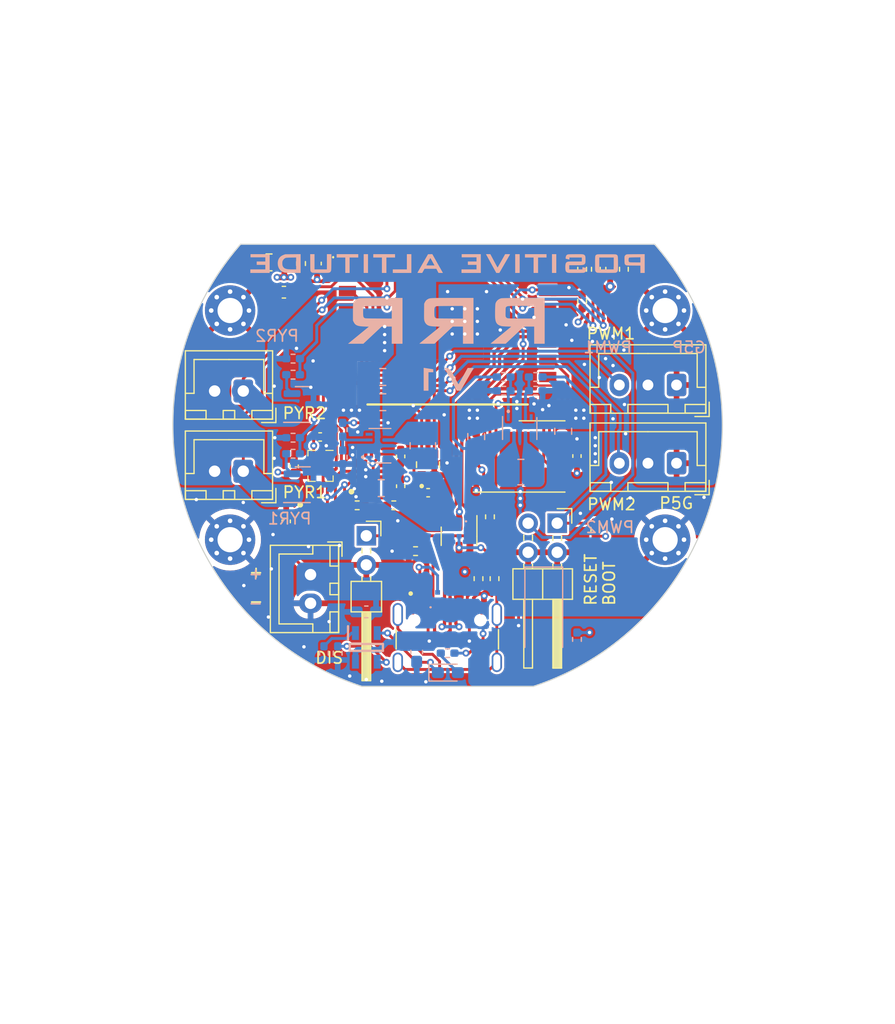
<source format=kicad_pcb>
(kicad_pcb (version 20221018) (generator pcbnew)
  (layers (0 "F.Cu" signal) (1 "In1.Cu" signal) (2 "In2.Cu" signal) (31 "B.Cu" signal) (34 "B.Paste" user) (35 "F.Paste" user) (36 "B.SilkS" user "B.Silkscreen") (37 "F.SilkS" user "F.Silkscreen") (38 "B.Mask" user) (39 "F.Mask" user) (44 "Edge.Cuts" user))
  (net 0 "")
  (net 3 "/VIN_5V_REG")
  (net 4 "/ENABLE")
  (net 5 "/PWM1")
  (net 6 "/PWM2")
  (net 7 "/PYRO1_FIRE")
  (net 8 "/BOOT{slash}LED")
  (net 9 "/MISO")
  (net 10 "/MOSI")
  (net 11 "/SCK")
  (net 12 "/USB_D-")
  (net 13 "/USB_D+")
  (net 14 "/PYRO2_FIRE")
  (net 15 "/FLASH_CS")
  (net 16 "/PYRO1_TEST")
  (net 17 "/PYRO2_TEST")
  (net 20 "+3.3V")
  (net 21 "GND")
  (net 22 "/VIN")
  (net 23 "/USB_5V")
  (net 24 "/EN_3.3V")
  (net 25 "/FB_3.3V")
  (net 26 "/BAT+")
  (net 27 "+5V")
  (net 28 "Net-(D2-K)")
  (net 29 "Net-(D2-A)")
  (net 30 "/SCL")
  (net 31 "/SDA")
  (net 32 "/FB_5V")
  (net 37 "Net-(IC3-TS)")
  (net 38 "Net-(IC3-ISET)")
  (net 41 "/USB_PORT_D+")
  (net 42 "/USB_PORT_D-")
  (net 43 "/USB_CC1")
  (net 44 "/USB_CC2")
  (net 45 "/USB_SHIELD")
  (net 46 "Net-(Q3-G)")
  (net 47 "Net-(Q4-G)")
  (net 50 "/REG_3.3_L2")
  (net 51 "/REG_3.3_L1")
  (net 52 "/REG_5_L2")
  (net 53 "/REG_5_L1")
  (net 54 "Net-(J7-Pin_1)")
  (net 55 "Net-(J8-Pin_1)")
  (footprint "MountingHole:MountingHole_2.2mm_M2_Pad_Via" (layer "F.Cu") (at 119 110)
    (fp_text reference "H4" hide)
    (fp_text value "~")
  )
  (footprint "Capacitor_SMD:C_0402_1005Metric_Pad0.74x0.62mm_HandSolder" (layer "F.Cu") (at 85.9 108.4 90)
    (fp_text reference "C1" hide)
    (fp_text value "100n")
  )
  (footprint "Resistor_SMD:R_0402_1005Metric_Pad0.72x0.64mm_HandSolder" (layer "F.Cu") (at 97.2 111 180)
    (fp_text reference "R18" hide)
    (fp_text value "5.1k")
  )
  (footprint "Resistor_SMD:R_0402_1005Metric_Pad0.72x0.64mm_HandSolder" (layer "F.Cu") (at 111.75 86.4 90)
    (fp_text reference "R15" hide)
    (fp_text value "10k")
  )
  (footprint "Capacitor_SMD:C_0402_1005Metric_Pad0.74x0.62mm_HandSolder" (layer "F.Cu") (at 98.3 105.9)
    (fp_text reference "C13" hide)
    (fp_text value "100n")
  )
  (footprint "Capacitor_SMD:C_0402_1005Metric_Pad0.74x0.62mm_HandSolder" (layer "F.Cu") (at 86.6 103.6 90)
    (fp_text reference "C16" hide)
    (fp_text value "100n")
  )
  (footprint "Connector_JST:JST_XH_B2B-XH-A_1x02_P2.50mm_Vertical" (layer "F.Cu") (at 82.15 104.025 180)
    (fp_text reference "J7" hide)
    (fp_text value "PYR1")
  )
  (footprint "Resistor_SMD:R_0402_1005Metric_Pad0.72x0.64mm_HandSolder" (layer "F.Cu") (at 104.1 113.4 90)
    (fp_text reference "R22" hide)
    (fp_text value "1.2M")
  )
  (footprint "Resistor_SMD:R_0402_1005Metric_Pad0.72x0.64mm_HandSolder" (layer "F.Cu") (at 115.4 86.3975 -90)
    (fp_text reference "R23" hide)
    (fp_text value "10k")
  )
  (footprint "Resistor_SMD:R_0402_1005Metric_Pad0.72x0.64mm_HandSolder" (layer "F.Cu") (at 103.7 108.0025 90)
    (fp_text reference "R19" hide)
    (fp_text value "10k")
  )
  (footprint "Capacitor_SMD:C_0402_1005Metric_Pad0.74x0.62mm_HandSolder" (layer "F.Cu") (at 88.6 85.9 -90)
    (fp_text reference "C11" hide)
    (fp_text value "100n")
  )
  (footprint "MountingHole:MountingHole_2.2mm_M2_Pad_Via" (layer "F.Cu") (at 81 90)
    (fp_text reference "H1" hide)
    (fp_text value "~")
  )
  (footprint "MountingHole:MountingHole_2.2mm_M2_Pad_Via" (layer "F.Cu") (at 119 90)
    (fp_text reference "H2" hide)
    (fp_text value "~")
  )
  (footprint "Package_SON:WSON-8-1EP_8x6mm_P1.27mm_EP3.4x4.3mm" (layer "F.Cu") (at 106.25 102.735)
    (fp_text reference "U2" hide)
    (fp_text value "~")
  )
  (footprint "Resistor_SMD:R_0402_1005Metric_Pad0.72x0.64mm_HandSolder" (layer "F.Cu") (at 112.95 86.4 -90)
    (fp_text reference "R13" hide)
    (fp_text value "10k")
  )
  (footprint "Capacitor_SMD:C_0402_1005Metric_Pad0.74x0.62mm_HandSolder" (layer "F.Cu") (at 88.8675 101.0325)
    (fp_text reference "C15" hide)
    (fp_text value "100n")
  )
  (footprint "Package_TO_SOT_SMD:SOT-23-6" (layer "F.Cu") (at 101 109.7 -90)
    (fp_text reference "U4" hide)
    (fp_text value "USBLC6-2SC6")
  )
  (footprint "Resistor_SMD:R_0402_1005Metric_Pad0.72x0.64mm_HandSolder" (layer "F.Cu") (at 92.1 107 180)
    (fp_text reference "R12" hide)
    (fp_text value "2.2k")
  )
  (footprint "Package_LGA:Bosch_LGA-8_2x2.5mm_P0.65mm_ClockwisePinNumbering" (layer "F.Cu") (at 88.9 103.5575 -90)
    (fp_text reference "U1" hide)
    (fp_text value "BMP280")
  )
  (footprint "MountingHole:MountingHole_2.2mm_M2_Pad_Via" (layer "F.Cu") (at 81 110)
    (fp_text reference "H3" hide)
    (fp_text value "~")
  )
  (footprint "Capacitor_SMD:C_0402_1005Metric_Pad0.74x0.62mm_HandSolder" (layer "F.Cu") (at 95.9 105.3325 90)
    (fp_text reference "C18" hide)
    (fp_text value "100n")
  )
  (footprint "Capacitor_SMD:C_0603_1608Metric_Pad1.08x0.95mm_HandSolder" (layer "F.Cu") (at 85.7 88.4 180)
    (fp_text reference "C10" hide)
    (fp_text value "4.7u")
  )
  (footprint "SamacSys_Parts:QFN50P300X250X87-14N" (layer "F.Cu") (at 93.1 104.0325 90)
    (fp_text reference "IC2" hide)
    (fp_text value "BMI270" hide)
  )
  (footprint "Connector_JST:JST_XH_B2B-XH-A_1x02_P2.50mm_Vertical" (layer "F.Cu") (at 82.15 97.025 180)
    (fp_text reference "J8" hide)
    (fp_text value "PYR2")
  )
  (footprint "Resistor_SMD:R_0402_1005Metric_Pad0.72x0.64mm_HandSolder" (layer "F.Cu") (at 114.2 86.4 90)
    (fp_text reference "R26" hide)
    (fp_text value "10k")
  )
  (footprint "WS2812-2020:LED_WS2812-2020" (layer "F.Cu") (at 98.285 103.45 -90)
    (fp_text reference "U3" hide)
    (fp_text value "WS2812-2020")
  )
  (footprint "Connector_JST:JST_XH_B3B-XH-A_1x03_P2.50mm_Vertical" (layer "F.Cu") (at 120 96.5 180)
    (fp_text reference "J5" hide)
    (fp_text value "PWM1")
  )
  (footprint "SamacSys_Parts:SON50P200X200X80-9N-D" (layer "F.Cu") (at 88.5 108.35)
    (fp_text reference "IC4" hide)
    (fp_text value "MAX17048G+T10" hide)
  )
  (footprint "TYPE-C-31-M-12:HRO_TYPE-C-31-M-12" (layer "F.Cu") (at 99.975 120.7)
    (fp_text reference "J1" hide)
    (fp_text value "TYPE-C-31-M-12")
  )
  (footprint "Connector_PinHeader_2.54mm:PinHeader_2x01_P2.54mm_Horizontal" (layer "F.Cu") (at 92.9 109.66 -90)
    (fp_text reference "J3" hide)
    (fp_text value "DISABLE")
  )
  (footprint "Capacitor_SMD:C_0805_2012Metric_Pad1.18x1.45mm_HandSolder" (layer "F.Cu") (at 84.4 85.8 180)
    (fp_text reference "C12" hide)
    (fp_text value "22u")
  )
  (footprint "Resistor_SMD:R_0402_1005Metric_Pad0.72x0.64mm_HandSolder" (layer "F.Cu") (at 95.3 107 180)
    (fp_text reference "R11" hide)
    (fp_text value "2.2k")
  )
  (footprint "Resistor_SMD:R_0402_1005Metric_Pad0.72x0.64mm_HandSolder" (layer "F.Cu") (at 102.7 113.4 90)
    (fp_text reference "R20" hide)
    (fp_text value "5.1k")
  )
  (footprint "Capacitor_SMD:C_0402_1005Metric_Pad0.74x0.62mm_HandSolder" (layer "F.Cu") (at 95.9 102.7325 -90)
    (fp_text reference "C17" hide)
    (fp_text value "100n")
  )
  (footprint "Resistor_SMD:R_0402_1005Metric_Pad0.72x0.64mm_HandSolder" (layer "F.Cu") (at 111.75 89.2 90)
    (fp_text reference "R16" hide)
    (fp_text value "10k")
  )
  (footprint "Connector_JST:JST_XH_B2B-XH-A_1x02_P2.50mm_Vertical" (layer "F.Cu") (at 88.025 113.05 -90)
    (fp_text reference "J2" hide)
    (fp_text value "BAT")
  )
  (footprint "Capacitor_SMD:C_0402_1005Metric_Pad0.74x0.62mm_HandSolder" (layer "F.Cu") (at 111.3 102.7 -90)
    (fp_text reference "C14" hide)
    (fp_text value "100n")
  )
  (footprint "Connector_JST:JST_XH_B3B-XH-A_1x03_P2.50mm_Vertical" (layer "F.Cu") (at 120 103.325 180)
    (fp_text reference "J6" hide)
    (fp_text value "PWM2")
  )
  (footprint "SamacSys_Parts:ESP32C3WROOM02H4" (layer "F.Cu") (at 90.5 98.2)
    (fp_text reference "IC1" hide)
    (fp_text value "ESP32-C3-WROOM-02-H4" hide)
  )
  (footprint "Resistor_SMD:R_0402_1005Metric_Pad0.72x0.64mm_HandSolder" (layer "F.Cu") (at 112.9 109.1 90)
    (fp_text reference "R17" hide)
    (fp_text value "10k")
  )
  (footprint "Connector_PinHeader_2.54mm:PinHeader_2x02_P2.54mm_Horizontal" (layer "F.Cu") (at 109.575 108.56 -90)
    (fp_text reference "J4" hide)
    (fp_text value "BOOT/RESET")
  )
  (footprint "Resistor_SMD:R_0402_1005Metric_Pad0.72x0.64mm_HandSolder" (layer "F.Cu") (at 87.2 85.9 -90)
    (fp_text reference "R27" hide)
    (fp_text value "10k")
  )
  (footprint "Capacitor_SMD:C_0603_1608Metric_Pad1.08x0.95mm_HandSolder" (layer "B.Cu") (at 97.3 119.8 -90)
    (fp_text reference "C8" hide)
    (fp_text value "4.7u")
  )
  (footprint "SamacSys_Parts:DMP1005UFDF7" (layer "B.Cu") (at 100.062 115.25 90)
    (fp_text reference "Q1" hide)
    (fp_text value "DMP1005UFDF-7" hide)
  )
  (footprint "Capacitor_SMD:C_0805_2012Metric_Pad1.18x1.45mm_HandSolder" (layer "B.Cu") (at 110.1 100.5375 90)
    (fp_text reference "C6" hide)
    (fp_text value "22u")
  )
  (footprint "Package_TO_SOT_SMD:SOT-23" (layer "B.Cu") (at 87.35 105.2)
    (fp_text reference "Q3" hide)
    (fp_text value "NMOS")
  )
  (footprint "Resistor_SMD:R_0402_1005Metric_Pad0.72x0.64mm_HandSolder" (layer "B.Cu") (at 86.5 102.5 180)
    (fp_text reference "R14" hide)
    (fp_text value "200")
  )
  (footprint "Resistor_SMD:R_0402_1005Metric_Pad0.72x0.64mm_HandSolder" (layer "B.Cu") (at 86.5 94.2)
    (fp_text reference "R24" hide)
    (fp_text value "10k")
  )
  (footprint "LOGO" (layer "B.Cu") (at 100.1 96 180)
    (fp_text reference "G***" hide)
    (fp_text value "LOGO" hide)
  )
  (footprint "Resistor_SMD:R_0402_1005Metric_Pad0.72x0.64mm_HandSolder" (layer "B.Cu") (at 90.8375 102.8 -90)
    (fp_text reference "R8" hide)
    (fp_text value "91k")
  )
  (footprint "Capacitor_SMD:C_0603_1608Metric_Pad1.08x0.95mm_HandSolder" (layer "B.Cu") (at 92.9 116.3 180)
    (fp_text reference "C7" hide)
    (fp_text value "4.7u")
  )
  (footprint "Resistor_SMD:R_0402_1005Metric_Pad0.72x0.64mm_HandSolder" (layer "B.Cu") (at 90.8375 100.4 -90)
    (fp_text reference "R4" hide)
    (fp_text value "806k")
  )
  (footprint "LED_SMD:LED_0603_1608Metric_Pad1.05x0.95mm_HandSolder" (layer "B.Cu") (at 100.025 121.6)
    (fp_text reference "D2" hide)
    (fp_text value "YELLOW")
  )
  (footprint "Resistor_SMD:R_0402_1005Metric_Pad0.72x0.64mm_HandSolder" (layer "B.Cu") (at 107.7 97)
    (fp_text reference "R6" hide)
    (fp_text value "91k")
  )
  (footprint "LOGO" (layer "B.Cu") (at 100 85.9 180)
    (fp_text reference "G***" hide)
    (fp_text value "LOGO" hide)
  )
  (footprint "Resistor_SMD:R_0402_1005Metric_Pad0.72x0.64mm_HandSolder" (layer "B.Cu") (at 89.2 119.9 90)
    (fp_text reference "R5" hide)
    (fp_text value "10k")
  )
  (footprint "Package_TO_SOT_SMD:SOT-23" (layer "B.Cu") (at 87.35 98.2)
    (fp_text reference "Q4" hide)
    (fp_text value "NMOS")
  )
  (footprint "Resistor_SMD:R_0402_1005Metric_Pad0.72x0.64mm_HandSolder" (layer "B.Cu") (at 90.4 119.9 -90)
    (fp_text reference "R10" hide)
    (fp_text value "1.8k")
  )
  (footprint "Resistor_SMD:R_0402_1005Metric_Pad0.72x0.64mm_HandSolder" (layer "B.Cu") (at 86.5 101.1)
    (fp_text reference "R21" hide)
    (fp_text value "10k")
  )
  (footprint "Capacitor_SMD:C_0805_2012Metric_Pad1.18x1.45mm_HandSolder" (layer "B.Cu") (at 102.5 101 90)
    (fp_text reference "C5" hide)
    (fp_text value "22u")
  )
  (footprint "SamacSys_Parts:DMP1005UFDF7" (layer "B.Cu") (at 100.062 109.05 -90)
    (fp_text reference "Q2" hide)
    (fp_text value "DMP1005UFDF-7" hide)
  )
  (footprint "Resistor_SMD:R_0402_1005Metric_Pad0.72x0.64mm_HandSolder" (layer "B.Cu") (at 104.9025 95.8)
    (fp_text reference "R3" hide)
    (fp_text value "130k")
  )
  (footprint "Resistor_SMD:R_0402_1005Metric_Pad0.72x0.64mm_HandSolder" (layer "B.Cu") (at 100 119.9 180)
    (fp_text reference "R9" hide)
    (fp_text value "1.8k")
  )
  (footprint "Diode_SMD:D_SMA_Handsoldering" (layer "B.Cu") (at 108.4 116.9 -90)
    (fp_text reference "D1" hide)
    (fp_text value "SMA")
  )
  (footprint "Resistor_SMD:R_0402_1005Metric_Pad0.72x0.64mm_HandSolder" (layer "B.Cu") (at 86.5 95.6 180)
    (fp_text reference "R25" hide)
    (fp_text value "200")
  )
  (footprint "SamacSys_Parts:SOT95P280X145-6N" (layer "B.Cu") (at 92.9 119.4 -90)
    (fp_text reference "IC3" hide)
    (fp_text value "BQ21040DBVR" hide)
  )
  (footprint "Capacitor_SMD:C_0805_2012Metric_Pad1.18x1.45mm_HandSolder" (layer "B.Cu") (at 94.3375 98 180)
    (fp_text reference "C3" hide)
    (fp_text value "22u")
  )
  (footprint "Capacitor_SMD:C_0805_2012Metric_Pad1.18x1.45mm_HandSolder" (layer "B.Cu") (at 94.2 105.5 180)
    (fp_text reference "C2" hide)
    (fp_text value "22u")
  )
  (footprint "SamacSys_Parts:TPS63802DLAR" (layer "B.Cu") (at 106.3 100.25 -90)
    (fp_text reference "IC5" hide)
    (fp_text value "TPS63802DLAR" hide)
  )
  (footprint "SamacSys_Parts:TPS63802DLAR" (layer "B.Cu") (at 94.0375 101.8)
    (fp_text reference "IC6" hide)
    (fp_text value "TPS63802DLAR" hide)
  )
  (footprint "Inductor_SMD:L_1008_2520Metric_Pad1.43x2.20mm_HandSolder" (layer "B.Cu") (at 106.4 104.1 180)
    (fp_text reference "L1" hide)
    (fp_text value "470n")
  )
  (footprint "Resistor_SMD:R_0402_1005Metric_Pad0.72x0.64mm_HandSolder" (layer "B.Cu") (at 111.3 118.7 -90)
    (fp_text reference "R1" hide)
    (fp_text value "10k")
  )
  (footprint "Resistor_SMD:R_0402_1005Metric_Pad0.72x0.64mm_HandSolder" (layer "B.Cu") (at 107.7 95.8 180)
    (fp_text reference "R2" hide)
    (fp_text value "511k")
  )
  (footprint "Inductor_SMD:L_1008_2520Metric_Pad1.43x2.20mm_HandSolder" (layer "B.Cu") (at 97.8375 101.8 -90)
    (fp_text reference "L2" hide)
    (fp_text value "470n")
  )
  (footprint "LOGO" (layer "B.Cu") (at 99.9 90.9 180)
    (fp_text reference "G***" hide)
    (fp_text value "LOGO" hide)
  )
  (footprint "Resistor_SMD:R_0402_1005Metric_Pad0.72x0.64mm_HandSolder" (layer "B.Cu") (at 104.9025 97 180)
    (fp_text reference "R7" hide)
    (fp_text value "100k")
  )
  (footprint "Capacitor_SMD:C_0805_2012Metric_Pad1.18x1.45mm_HandSolder" (layer "B.Cu") (at 94.3375 95.8 180)
    (fp_text reference "C4" hide)
    (fp_text value "22u")
  )
  (gr_line (start 81.918196 84.215884) (end 118.081804 84.215884) (stroke (width 0.1)) (layer "Edge.Cuts"))
  (gr_arc (start 118.081804 84.215884) (mid 123.147152 106.348173) (end 107.5 122.799999) (stroke (width 0.1)) (layer "Edge.Cuts"))
  (gr_arc (start 92.5 122.799999) (mid 76.852848 106.348173) (end 81.918196 84.215884) (stroke (width 0.1)) (layer "Edge.Cuts"))
  (gr_line (start 92.5 122.8) (end 107.5 122.8) (stroke (width 0.1)) (layer "Edge.Cuts"))
  (gr_text "PYR2" (at 87.1 92.8) (layer "B.SilkS") (effects (font (size 1 1)) (justify left bottom mirror)))
  (gr_text "PYR1" (at 88.2 108.75) (layer "B.SilkS") (effects (font (size 1 1)) (justify left bottom mirror)))
  (gr_text "-" (at 83.95 116.1) (layer "B.SilkS") (effects (font (size 1 1)) (justify left bottom mirror)))
  (gr_text "G5P" (at 122.65 93.8) (layer "B.SilkS") (effects (font (size 1 1)) (justify left bottom mirror)))
  (gr_text "PWM2" (at 116.4 109.5) (layer "B.SilkS") (effects (font (size 1 1)) (justify left bottom mirror)))
  (gr_text "+" (at 83.95 113.55) (layer "B.SilkS") (effects (font (size 1 1)) (justify left bottom mirror)))
  (gr_text "PWM1" (at 116.2 93.8) (layer "B.SilkS") (effects (font (size 1 1)) (justify left bottom mirror)))
  (gr_text "P5G" (at 118.4 107.4) (layer "F.SilkS") (effects (font (size 1 1)) (justify left bottom)))
  (gr_text "RESET\nBOOT" (at 114.7 115.85 90) (layer "F.SilkS") (effects (font (size 1 1)) (justify left bottom)))
  (gr_text "PWM2" (at 112.1 107.5) (layer "F.SilkS") (effects (font (size 1 1)) (justify left bottom)))
  (gr_text "PYR2" (at 85.5 99.55) (layer "F.SilkS") (effects (font (size 1 1)) (justify left bottom)))
  (gr_text "DIS" (at 88.35 120.9) (layer "F.SilkS") (effects (font (size 1 1)) (justify left bottom)))
  (gr_text "PWM1" (at 112.05 92.6) (layer "F.SilkS") (effects (font (size 1 1)) (justify left bottom)))
  (gr_text "-" (at 82.55 115.95) (layer "F.SilkS") (effects (font (size 1 1)) (justify left bottom)))
  (gr_text "PYR1" (at 85.5 106.45) (layer "F.SilkS") (effects (font (size 1 1)) (justify left bottom)))
  (gr_text "+" (at 82.55 113.4) (layer "F.SilkS") (effects (font (size 1 1) (thickness 0.153)) (justify left bottom)))
  (segment (start 91.55 86.8) (end 93.475 88.725) (width 0.25) (layer "F.Cu") (net 4))
  (segment (start 87.2 87.7625) (end 86.5625 88.4) (width 0.25) (layer "F.Cu") (net 4))
  (segment (start 87.2 87) (end 87.2 86.4975) (width 0.25) (layer "F.Cu") (net 4))
  (segment (start 88.125 87.925) (end 87.0375 87.925) (width 0.25) (layer "F.Cu") (net 4))
  (segment (start 90.95 86.8) (end 89.825 87.925) (width 0.25) (layer "F.Cu") (net 4))
  (segment (start 93.475 88.725) (end 93.475 95.575) (width 0.25) (layer "F.Cu") (net 4))
  (segment (start 98.525402 95.65) (end 100.187701 93.987701) (width 0.25) (layer "F.Cu") (net 4))
  (segment (start 87.2 87) (end 87.2 87.7625) (width 0.25) (layer "F.Cu") (net 4))
  (segment (start 91.25 86.8) (end 90.95 86.8) (width 0.25) (layer "F.Cu") (net 4))
  (segment (start 87.0375 87.925) (end 86.5625 88.4) (width 0.25) (layer "F.Cu") (net 4))
  (segment (start 89.825 87.925) (end 88.125 87.925) (width 0.25) (layer "F.Cu") (net 4))
  (segment (start 93.475 95.575) (end 93.55 95.65) (width 0.25) (layer "F.Cu") (net 4))
  (segment (start 93.55 95.65) (end 98.525402 95.65) (width 0.25) (layer "F.Cu") (net 4))
  (segment (start 91.25 86.8) (end 91.55 86.8) (width 0.25) (layer "F.Cu") (net 4))
  (via (at 100.187701 93.987701) (size 0.6) (drill 0.3) (layers "F.Cu" "B.Cu") (net 4))
  (segment (start 116.175 95.475) (end 116.175 104.31) (width 0.25) (layer "B.Cu") (net 4))
  (segment (start 108.275 109.8) (end 107.035 108.56) (width 0.25) (layer "B.Cu") (net 4))
  (segment (start 110.685 109.8) (end 108.275 109.8) (width 0.25) (layer "B.Cu") (net 4))
  (segment (start 114.25 93.55) (end 116.175 95.475) (width 0.25) (layer "B.Cu") (net 4))
  (segment (start 100.625402 93.55) (end 114.25 93.55) (width 0.25) (layer "B.Cu") (net 4))
  (segment (start 100.187701 93.987701) (end 100.625402 93.55) (width 0.25) (layer "B.Cu") (net 4))
  (segment (start 116.175 104.31) (end 110.685 109.8) (width 0.25) (layer "B.Cu") (net 4))
  (segment (start 91.25 88.3) (end 91.55 88.3) (width 0.25) (layer "F.Cu") (net 5))
  (segment (start 99.1 96.1) (end 100.212299 94.987701) (width 0.25) (layer "F.Cu") (net 5))
  (segment (start 93.136396 96.1) (end 99.1 96.1) (width 0.25) (layer "F.Cu") (net 5))
  (segment (start 92.95 89.7) (end 92.95 95.913604) (width 0.25) (layer "F.Cu") (net 5))
  (segment (start 91.55 88.3) (end 92.95 89.7) (width 0.25) (layer "F.Cu") (net 5))
  (segment (start 92.95 95.913604) (end 93.136396 96.1) (width 0.25) (layer "F.Cu") (net 5))
  (via (at 100.212299 94.987701) (size 0.6) (drill 0.3) (layers "F.Cu" "B.Cu") (net 5))
  (segment (start 101.2 94) (end 112.5 94) (width 0.25) (layer "B.Cu") (net 5))
  (segment (start 100.212299 94.987701) (end 101.2 94) (width 0.25) (layer "B.Cu") (net 5))
  (segment (start 112.5 94) (end 115 96.5) (width 0.25) (layer "B.Cu") (net 5))
  (segment (start 92.95 96.55) (end 99.65 96.55) (width 0.25) (layer "F.Cu") (net 6))
  (segment (start 99.65 96.55) (end 100.2 96) (width 0.25) (layer "F.Cu") (net 6))
  (segment (start 91.8 89.8) (end 92.5 90.5) (width 0.25) (layer "F.Cu") (net 6))
  (segment (start 92.5 90.5) (end 92.5 96.1) (width 0.25) (layer "F.Cu") (net 6))
  (segment (start 91.25 89.8) (end 91.8 89.8) (width 0.25) (layer "F.Cu") (net 6))
  (segment (start 92.5 96.1) (end 92.95 96.55) (width 0.25) (layer "F.Cu") (net 6))
  (via (at 100.2 96) (size 0.6) (drill 0.3) (layers "F.Cu" "B.Cu") (net 6))
  (segment (start 110.586396 94.45) (end 115.075 98.938604) (width 0.25) (layer "B.Cu") (net 6))
  (segment (start 114.925 103.25) (end 115 103.325) (width 0.25) (layer "B.Cu") (net 6))
  (segment (start 115.075 100.341116) (end 114.925 100.491116) (width 0.25) (layer "B.Cu") (net 6))
  (segment (start 100.2 96) (end 101.75 94.45) (width 0.25) (layer "B.Cu") (net 6))
  (segment (start 115.075 98.938604) (end 115.075 100.341116) (width 0.25) (layer "B.Cu") (net 6))
  (segment (start 114.925 100.491116) (end 114.925 103.25) (width 0.25) (layer "B.Cu") (net 6))
  (segment (start 101.75 94.45) (end 110.586396 94.45) (width 0.25) (layer "B.Cu") (net 6))
  (segment (start 89.15 93.1) (end 90.95 91.3) (width 0.25) (layer "F.Cu") (net 7))
  (segment (start 90.95 91.3) (end 91.25 91.3) (width 0.25) (layer "F.Cu") (net 7))
  (segment (start 89.15 98.7) (end 89.15 93.1) (width 0.25) (layer "F.Cu") (net 7))
  (segment (start 88.35 99.5) (end 89.15 98.7) (width 0.25) (layer "F.Cu") (net 7))
  (via (at 88.35 99.5) (size 0.6) (drill 0.3) (layers "F.Cu" "B.Cu") (net 7))
  (segment (start 88.35 99.8475) (end 87.0975 101.1) (width 0.25) (layer "B.Cu") (net 7))
  (segment (start 87.0975 101.1) (end 87.0975 102.5) (width 0.25) (layer "B.Cu") (net 7))
  (segment (start 88.35 99.5) (end 88.35 99.8475) (width 0.25) (layer "B.Cu") (net 7))
  (segment (start 98.9 97) (end 100.2 97) (width 0.25) (layer "F.Cu") (net 8))
  (segment (start 112.9 108.5025) (end 112.8425 108.56) (width 0.25) (layer "F.Cu") (net 8))
  (segment (start 112.8425 108.56) (end 109.575 108.56) (width 0.25) (layer "F.Cu") (net 8))
  (segment (start 91.55 95.8) (end 92.75 97) (width 0.25) (layer "F.Cu") (net 8))
  (segment (start 98.835 102.535) (end 98.835 97.065) (width 0.25) (layer "F.Cu") (net 8))
  (segment (start 98.835 97.065) (end 98.9 97) (width 0.25) (layer "F.Cu") (net 8))
  (segment (start 91.25 95.8) (end 91.55 95.8) (width 0.25) (layer "F.Cu") (net 8))
  (segment (start 92.75 97) (end 98.9 97) (width 0.25) (layer "F.Cu") (net 8))
  (via (at 100.2 97) (size 0.6) (drill 0.3) (layers "F.Cu" "B.Cu") (net 8))
  (segment (start 100.225305 97) (end 102.325305 94.9) (width 0.25) (layer "B.Cu") (net 8))
  (segment (start 110.4 94.9) (end 113.825 98.325) (width 0.25) (layer "B.Cu") (net 8))
  (segment (start 113.825 104.31) (end 109.575 108.56) (width 0.25) (layer "B.Cu") (net 8))
  (segment (start 102.325305 94.9) (end 110.4 94.9) (width 0.25) (layer "B.Cu") (net 8))
  (segment (start 100.2 97) (end 100.225305 97) (width 0.25) (layer "B.Cu") (net 8))
  (segment (start 113.825 98.325) (end 113.825 104.31) (width 0.25) (layer "B.Cu") (net 8))
  (segment (start 102.5 101.985) (end 102.5 102.1) (width 0.25) (layer "F.Cu") (net 9))
  (segment (start 103.7 103.3) (end 103.7 107.405) (width 0.25) (layer "F.Cu") (net 9))
  (segment (start 102.5 102.1) (end 103.7 102.1) (width 0.25) (layer "F.Cu") (net 9))
  (segment (start 103.7 102.1) (end 103.7 103.3) (width 0.25) (layer "F.Cu") (net 9))
  (segment (start 103.7 100.785) (end 103.7 102.1) (width 0.25) (layer "F.Cu") (net 9))
  (segment (start 108.75 97.3) (end 104.2 97.3) (width 0.25) (layer "F.Cu") (net 9))
  (segment (start 104.2 97.3) (end 103.7 97.8) (width 0.25) (layer "F.Cu") (net 9))
  (segment (start 103.7 97.8) (end 103.7 100.785) (width 0.25) (layer "F.Cu") (net 9))
  (segment (start 110 98.1) (end 108.4 99.7) (width 0.25) (layer "F.Cu") (net 10))
  (segment (start 108.4 103.04) (end 110 104.64) (width 0.25) (layer "F.Cu") (net 10))
  (segment (start 110 96.75) (end 110 98.1) (width 0.25) (layer "F.Cu") (net 10))
  (segment (start 108.4 99.7) (end 108.4 103.04) (width 0.25) (layer "F.Cu") (net 10))
  (segment (start 108.75 95.8) (end 109.05 95.8) (width 0.25) (layer "F.Cu") (net 10))
  (segment (start 109.05 95.8) (end 110 96.75) (width 0.25) (layer "F.Cu") (net 10))
  (segment (start 108.9 102.903604) (end 108.9 99.836396) (width 0.25) (layer "F.Cu") (net 11))
  (segment (start 110 103.37) (end 109.366396 103.37) (width 0.25) (layer "F.Cu") (net 11))
  (segment (start 109.366396 103.37) (end 108.9 102.903604) (width 0.25) (layer "F.Cu") (net 11))
  (segment (start 108.9 99.836396) (end 110.5 98.236396) (width 0.25) (layer "F.Cu") (net 11))
  (segment (start 109.1 94.3) (end 108.75 94.3) (width 0.25) (layer "F.Cu") (net 11))
  (segment (start 110.5 98.236396) (end 110.5 95.7) (width 0.25) (layer "F.Cu") (net 11))
  (segment (start 110.5 95.7) (end 109.1 94.3) (width 0.25) (layer "F.Cu") (net 11))
  (segment (start 106.334903 92.2855) (end 106.330403 92.29) (width 0.28) (layer "F.Cu") (net 12))
  (segment (start 104.54 93.899412) (end 104.54 94.999412) (width 0.28) (layer "F.Cu") (net 12))
  (segment (start 107.624999 92.8) (end 107.110499 92.2855) (width 0.28) (layer "F.Cu") (net 12))
  (segment (start 104.54 94.999412) (end 101.24 98.299412) (width 0.28) (layer "F.Cu") (net 12))
  (segment (start 101.95 107.568749) (end 101.95 108.5625) (width 0.28) (layer "F.Cu") (net 12))
  (segment (start 101.24 106.858749) (end 101.95 107.568749) (width 0.28) (layer "F.Cu") (net 12))
  (segment (start 106.149412 92.29) (end 104.54 93.899412) (width 0.28) (layer "F.Cu") (net 12))
  (segment (start 106.330403 92.29) (end 106.149412 92.29) (width 0.28) (layer "F.Cu") (net 12))
  (segment (start 101.24 98.299412) (end 101.24 106.858749) (width 0.28) (layer "F.Cu") (net 12))
  (segment (start 108.75 92.8) (end 107.624999 92.8) (width 0.28) (layer "F.Cu") (net 12))
  (segment (start 107.110499 92.2855) (end 106.334903 92.2855) (width 0.28) (layer "F.Cu") (net 12))
  (segment (start 104.06 94.800588) (end 100.76 98.100588) (width 0.28) (layer "F.Cu") (net 13))
  (segment (start 107.624999 91.3) (end 107.119479 91.80552) (width 0.28) (layer "F.Cu") (net 13))
  (segment (start 100.76 106.858749) (end 100.05 107.568749) (width 0.28) (layer "F.Cu") (net 13))
  (segment (start 107.119479 91.80552) (end 106.136089 91.80552) (width 0.28) (layer "F.Cu") (net 13))
  (segment (start 106.131609 91.81) (end 105.950588 91.81) (width 0.28) (layer "F.Cu") (net 13))
  (segment (start 100.76 98.100588) (end 100.76 106.858749) (width 0.28) (layer "F.Cu") (net 13))
  (segment (start 106.136089 91.80552) (end 106.131609 91.81) (width 0.28) (layer "F.Cu") (net 13))
  (segment (start 108.75 91.3) (end 107.624999 91.3) (width 0.28) (layer "F.Cu") (net 13))
  (segment (start 100.05 107.568749) (end 100.05 108.5625) (width 0.28) (layer "F.Cu") (net 13))
  (segment (start 105.950588 91.81) (end 104.06 93.700588) (width 0.28) (layer "F.Cu") (net 13))
  (segment (start 104.06 93.700588) (end 104.06 94.800588) (width 0.28) (layer "F.Cu") (net 13))
  (segment (start 95.875 87.525) (end 96.4 87) (width 0.25) (layer "F.Cu") (net 14))
  (segment (start 105.475 89.608388) (end 106.291116 90.424503) (width 0.25) (layer "F.Cu") (net 14))
  (segment (start 105.475 89.047792) (end 105.475 89.608388) (width 0.25) (layer "F.Cu") (net 14))
  (segment (start 103.427208 87) (end 105.475 89.047792) (width 0.25) (layer "F.Cu") (net 14))
  (segment (start 95.875 88.608387) (end 95.875 87.525) (width 0.25) (layer "F.Cu") (net 14))
  (segment (start 96.4 87) (end 103.427208 87) (width 0.25) (layer "F.Cu") (net 14))
  (segment (start 94.784381 89.699006) (end 95.875 88.608387) (width 0.25) (layer "F.Cu") (net 14))
  (segment (start 106.808884 90.424503) (end 107.433388 89.8) (width 0.25) (layer "F.Cu") (net 14))
  (segment (start 106.291116 90.424503) (end 106.808884 90.424503) (width 0.25) (layer "F.Cu") (net 14))
  (segment (start 107.433388 89.8) (end 108.75 89.8) (width 0.25) (layer "F.Cu") (net 14))
  (segment (start 94.7 89.699006) (end 94.784381 89.699006) (width 0.25) (layer "F.Cu") (net 14))
  (via (at 94.7 89.699006) (size 0.6) (drill 0.3) (layers "F.Cu" "B.Cu") (net 14))
  (segment (start 94.7 89.699006) (end 94.500994 89.5) (width 0.25) (layer "B.Cu") (net 14))
  (segment (start 90.367062 89.5) (end 88.567062 91.3) (width 0.25) (layer "B.Cu") (net 14))
  (segment (start 88.567062 92.730438) (end 87.0975 94.2) (width 0.25) (layer "B.Cu") (net 14))
  (segment (start 94.500994 89.5) (end 90.367062 89.5) (width 0.25) (layer "B.Cu") (net 14))
  (segment (start 87.0975 94.2) (end 87.0975 95.6) (width 0.25) (layer "B.Cu") (net 14))
  (segment (start 88.567062 91.3) (end 88.567062 92.730438) (width 0.25) (layer "B.Cu") (net 14))
  (segment (start 111.75 88.6025) (end 111.7275 88.625) (width 0.25) (layer "F.Cu") (net 15))
  (segment (start 106.6 92.9255) (end 106.6 94.263604) (width 0.25) (layer "F.Cu") (net 15))
  (segment (start 106.6 94.263604) (end 103.25 97.613604) (width 0.25) (layer "F.Cu") (net 15))
  (segment (start 103.25 100.08) (end 102.5 100.83) (width 0.25) (layer "F.Cu") (net 15))
  (segment (start 103.25 97.613604) (end 103.25 100.08) (width 0.25) (layer "F.Cu") (net 15))
  (segment (start 107.4 88.2) (end 108.65 88.2) (width 0.25) (layer "F.Cu") (net 15))
  (segment (start 108.65 88.2) (end 108.75 88.3) (width 0.25) (layer "F.Cu") (net 15))
  (segment (start 111.7275 88.625) (end 109.075 88.625) (width 0.25) (layer "F.Cu") (net 15))
  (segment (start 109.075 88.625) (end 108.75 88.3) (width 0.25) (layer "F.Cu") (net 15))
  (via (at 107.4 88.2) (size 0.6) (drill 0.3) (layers "F.Cu" "B.Cu") (net 15))
  (via (at 106.6 92.9255) (size 0.6) (drill 0.3) (layers "F.Cu" "B.Cu") (net 15))
  (segment (start 105.775 88.749695) (end 106.324695 88.2) (width 0.25) (layer "B.Cu") (net 15))
  (segment (start 105.775 90.975) (end 105.775 88.749695) (width 0.25) (layer "B.Cu") (net 15))
  (segment (start 106.6 92.9255) (end 106.6 91.8) (width 0.25) (layer "B.Cu") (net 15))
  (segment (start 106.6 91.8) (end 105.775 90.975) (width 0.25) (layer "B.Cu") (net 15))
  (segment (start 106.324695 88.2) (end 107.4 88.2) (width 0.25) (layer "B.Cu") (net 15))
  (segment (start 110.7525 86.8) (end 108.75 86.8) (width 0.25) (layer "F.Cu") (net 16))
  (segment (start 111.75 85.8025) (end 112.95 85.8025) (width 0.25) (layer "F.Cu") (net 16))
  (segment (start 111.75 85.8025) (end 110.7525 86.8) (width 0.25) (layer "F.Cu") (net 16))
  (segment (start 108.93 85.12) (end 113.5175 85.12) (width 0.25) (layer "F.Cu") (net 17))
  (segment (start 115.3975 85.8025) (end 115.4 85.8) (width 0.25) (layer "F.Cu") (net 17))
  (segment (start 113.5175 85.12) (end 114.2 85.8025) (width 0.25) (layer "F.Cu") (net 17))
  (segment (start 108.75 85.3) (end 108.93 85.12) (width 0.25) (layer "F.Cu") (net 17))
  (segment (start 114.2 85.8025) (end 115.3975 85.8025) (width 0.25) (layer "F.Cu") (net 17))
  (segment (start 93.3425 106.355) (end 95.445 106.355) (width 0.25) (layer "F.Cu") (net 20))
  (segment (start 111.75 90.65) (end 111.4 91) (width 0.25) (layer "F.Cu") (net 20))
  (segment (start 110 102.1) (end 111.2675 102.1) (width 0.25) (layer "F.Cu") (net 20))
  (segment (start 103 103.9) (end 103.03 103.9) (width 0.25) (layer "F.Cu") (net 20))
  (segment (start 88.9 103.5825) (end 88.6 103.8825) (width 0.25) (layer "F.Cu") (net 20))
  (segment (start 86.6 104.1675) (end 85.243 104.1675) (width 0.25) (layer "F.Cu") (net 20))
  (segment (start 103.03 103.9) (end 103.15 104.02) (width 0.25) (layer "F.Cu") (net 20))
  (segment (start 91.25 85.3) (end 88.6325 85.3) (width 0.5) (layer "F.Cu") (net 20))
  (segment (start 85.7 87.1) (end 86.3 87.1) (width 0.5) (layer "F.Cu") (net 20))
  (segment (start 85.935 85.3025) (end 85.4375 85.8) (width 0.5) (layer "F.Cu") (net 20))
  (segment (start 93.675 104.5325) (end 94.25 104.5325) (width 0.25) (layer "F.Cu") (net 20))
  (segment (start 85.7375 85.8) (end 85.7375 87.0625) (width 0.5) (layer "F.Cu") (net 20))
  (segment (start 103.15 104.02) (end 103.15 106.85) (width 0.25) (layer "F.Cu") (net 20))
  (segment (start 113.7975 109.6975) (end 113.8 109.7) (width 0.25) (layer "F.Cu") (net 20))
  (segment (start 88.1 102.5825) (end 88.6 102.5825) (width 0.25) (layer "F.Cu") (net 20))
  (segment (start 92.6975 107) (end 93.3425 106.355) (width 0.25) (layer "F.Cu") (net 20))
  (segment (start 93.85 102.5325) (end 93.85 102.95) (width 0.25) (layer "F.Cu") (net 20))
  (segment (start 110 102.1) (end 110 100.83) (width 0.25) (layer "F.Cu") (net 20))
  (segment (start 111.75 89.7975) (end 111.75 90.65) (width 0.25) (layer "F.Cu") (net 20))
  (segment (start 88.9325 103.2325) (end 88.9 103.2) (width 0.25) (layer "F.Cu") (net 20))
  (segment (start 88.6 103.8825) (end 88.1 103.8825) (width 0.25) (layer "F.Cu") (net 20))
  (segment (start 95.9 106.9975) (end 95.8975 107) (width 0.25) (layer "F.Cu") (net 20))
  (segment (start 93.5 103.3) (end 93.5 104.3575) (width 0.25) (layer "F.Cu") (net 20))
  (segment (start 85.7375 87.0625) (end 85.7 87.1) (width 0.5) (layer "F.Cu") (net 20))
  (segment (start 85.243 104.1675) (end 85.1755 104.1) (width 0.25) (layer "F.Cu") (net 20))
  (segment (start 88.3 102.3825) (end 88.1 102.5825) (width 0.25) (layer "F.Cu") (net 20))
  (segment (start 86.6 104.1675) (end 86.885 103.8825) (width 0.25) (layer "F.Cu") (net 20))
  (segment (start 103.055 106.945) (end 103.055 107.955) (width 0.25) (layer "F.Cu") (net 20))
  (segment (start 93.85 102.5325) (end 95.5325 102.5325) (width 0.25) (layer "F.Cu") (net 20))
  (segment (start 88.9 103.2) (end 88.9 103.5825) (width 0.25) (layer "F.Cu") (net 20))
  (segment (start 103 103.87) (end 103 103.9) (width 0.25) (layer "F.Cu") (net 20))
  (segment (start 88.3 101.0325) (end 88.3 101.8) (width 0.25) (layer "F.Cu") (net 20))
  (segment (start 86.885 103.8825) (end 88.1 103.8825) (width 0.25) (layer "F.Cu") (net 20))
  (segment (start 87.2 85.3025) (end 85.935 85.3025) (width 0.5) (layer "F.Cu") (net 20))
  (segment (start 94.25 104.5325) (end 94.5325 104.5325) (width 0.25) (layer "F.Cu") (net 20))
  (segment (start 102.5 103.37) (end 103 103.87) (width 0.25) (layer "F.Cu") (net 20))
  (segment (start 88.6325 85.3) (end 88.6 85.3325) (width 0.5) (layer "F.Cu") (net 20))
  (segment (start 112.9 109.6975) (end 113.7975 109.6975) (width 0.25) (layer "F.Cu") (net 20))
  (segment (start 95.445 106.355) (end 95.9 105.9) (width 0.25) (layer "F.Cu") (net 20))
  (segment (start 93.85 102.95) (end 93.5 103.3) (width 0.25) (layer "F.Cu") (net 20))
  (segment (start 103.15 106.85) (end 103.055 106.945) (width 0.25) (layer "F.Cu") (net 20))
  (segment (start 89.7 103.2325) (end 88.9325 103.2325) (width 0.25) (layer "F.Cu") (net 20))
  (segment (start 111.3 102.1325) (end 111.3 101.2) (width 0.25) (layer "F.Cu") (net 20))
  (segment (start 88.3 101.8) (end 88.3 102.3825) (width 0.25) (layer "F.Cu") (net 20))
  (segment (start 103.055 107.955) (end 103.7 108.6) (width 0.25) (layer "F.Cu") (net 20))
  (segment (start 85.7 87.1) (end 85.1 87.1) (width 0.5) (layer "F.Cu") (net 20))
  (segment (start 111.2675 102.1) (end 111.3 102.1325) (width 0.25) (layer "F.Cu") (net 20))
  (segment (start 93.5 104.3575) (end 93.675 104.5325) (width 0.25) (layer "F.Cu") (net 20))
  (segment (start 88.6 85.3325) (end 87.23 85.3325) (width 0.5) (layer "F.Cu") (net 20))
  (segment (start 87.23 85.3325) (end 87.2 85.3025) (width 0.5) (layer "F.Cu") (net 20))
  (segment (start 95.5325 102.5325) (end 95.9 102.165) (width 0.25) (layer "F.Cu") (net 20))
  (segment (start 94.5325 104.5325) (end 95.9 105.9) (width 0.25) (layer "F.Cu") (net 20))
  (segment (start 88.6 102.5825) (end 88.9 102.8825) (width 0.25) (layer "F.Cu") (net 20))
  (segment (start 95.9 105.9) (end 95.9 106.9975) (width 0.25) (layer "F.Cu") (net 20))
  (segment (start 88.9 102.8825) (end 88.9 103.2) (width 0.25) (layer "F.Cu") (net 20))
  (via (at 112.9 102.5) (size 0.6) (drill 0.3) (layers "F.Cu" "B.Cu") (net 20))
  (via (at 112.9 101.8) (size 0.6) (drill 0.3) (layers "F.Cu" "B.Cu") (net 20))
  (via (at 111.3 101.2) (size 0.6) (drill 0.3) (layers "F.Cu" "B.Cu") (net 20))
  (via (at 93.45 103.35) (size 0.6) (drill 0.3) (layers "F.Cu" "B.Cu") (net 20))
  (via (at 111.4 91) (size 0.6) (drill 0.3) (layers "F.Cu" "B.Cu") (net 20))
  (via (at 85.1755 104.1) (size 0.6) (drill 0.3) (layers "F.Cu" "B.Cu") (net 20))
  (via (at 85.1 87.1) (size 0.6) (drill 0.3) (layers "F.Cu" "B.Cu") (net 20))
  (via (at 112.9 103.2) (size 0.6) (drill 0.3) (layers "F.Cu" "B.Cu") (net 20))
  (via (at 88.3 101.8) (size 0.6) (drill 0.3) (layers "F.Cu" "B.Cu") (net 20))
  (via (at 85.7 87.1) (size 0.6) (drill 0.3) (layers "F.Cu" "B.Cu") (net 20))
  (via (at 113.8 109.7) (size 0.6) (drill 0.3) (layers "F.Cu" "B.Cu") (net 20))
  (via (at 112.9 101.1) (size 0.6) (drill 0.3) (layers "F.Cu" "B.Cu") (net 20))
  (via (at 86.3 87.1) (size 0.6) (drill 0.3) (layers "F.Cu" "B.Cu") (net 20))
  (via (at 103 103.9) (size 0.6) (drill 0.3) (layers "F.Cu" "B.Cu") (net 20))
  (segment (start 110.3 95.8) (end 108.2975 95.8) (width 0.25) (layer "B.Cu") (net 20))
  (segment (start 112.9 98.4) (end 110.3 95.8) (width 0.25) (layer "B.Cu") (net 20))
  (segment (start 93.1375 102.962811) (end 93.481691 103.307002) (width 0.25) (layer "B.Cu") (net 20))
  (segment (start 93.1375 102.8) (end 93.1375 102.962811) (width 0.25) (layer "B.Cu") (net 20))
  (segment (start 112.9 101.1) (end 112.9 98.4) (width 0.25) (layer "B.Cu") (net 20))
  (segment (start 88.75 108.6) (end 88.5 108.35) (width 0.3) (layer "F.Cu") (net 21))
  (segment (start 86.6 103.0325) (end 86.8 103.2325) (width 0.25) (layer "F.Cu") (net 21))
  (segment (start 101 107.6) (end 101.03843 107.56157) (width 0.25) (layer "F.Cu") (net 21))
  (segment (start 92.35 105.05) (end 92.6 104.8) (width 0.25) (layer "F.Cu") (net 21))
  (segment (start 89.435 101.835) (end 89.435 102.3175) (width 0.25) (layer "F.Cu") (net 21))
  (segment (start 94.4825 103.3) (end 94.25 103.5325) (width 0.25) (layer "F.Cu") (net 21))
  (segment (start 92.85 103.9) (end 92.6 104.15) (width 0.25) (layer "F.Cu") (net 21))
  (segment (start 89.435 102.3175) (end 89.7 102.5825) (width 0.25) (layer "F.Cu") (net 21))
  (segment (start 103.175 115.95) (end 103.175 114.925) (width 0.25) (layer "F.Cu") (net 21))
  (segment (start 92.6 104.15) (end 92.6 104.25) (width 0.25) (layer "F.Cu") (net 21))
  (segment (start 88.5 108.35) (end 88.5 109.025) (width 0.5) (layer "F.Cu") (net 21))
  (segment (start 89.435 101.0325) (end 89.435 101.765) (width 0.25) (layer "F.Cu") (net 21))
  (segment (start 92.85 104.5) (end 92.6 104.75) (width 0.25) (layer "F.Cu") (net 21))
  (segment (start 89.435 101.765) (end 89.4 101.8) (width 0.25) (layer "F.Cu") (net 21))
  (segment (start 103.175 114.925) (end 103.2 114.9) (width 0.25) (layer "F.Cu") (net 21))
  (segment (start 111.75 86.9975) (end 111.6025 86.9975) (width 0.25) (layer "F.Cu") (net 21))
  (segment (start 95.9 103.3) (end 94.4825 103.3) (width 0.25) (layer "F.Cu") (net 21))
  (segment (start 95.1675 104.0325) (end 94.25 104.0325) (width 0.25) (layer "F.Cu") (net 21))
  (segment (start 92.6 103.65) (end 92.85 103.9) (width 0.25) (layer "F.Cu") (net 21))
  (segment (start 92.6 103.6075) (end 92.6 103.65) (width 0.25) (layer "F.Cu") (net 21))
  (segment (start 92.6 104.75) (end 92.6 104.8) (width 0.25) (layer "F.Cu") (net 21))
  (segment (start 89.5 108.6) (end 88.75 108.6) (width 0.3) (layer "F.Cu") (net 21))
  (segment (start 92.6 104.25) (end 92.85 104.5) (width 0.25) (layer "F.Cu") (net 21))
  (segment (start 88.325 109.2) (end 87.5 109.2) (width 0.5) (layer "F.Cu") (net 21))
  (segment (start 96.3705 104.765) (end 96.4355 104.7) (width 0.25) (layer "F.Cu") (net 21))
  (segment (start 91.95 103.5325) (end 92.525 103.5325) (width 0.25) (layer "F.Cu") (net 21))
  (segment (start 103.4 112.9) (end 103.4 113.7) (width 0.25) (layer "F.Cu") (net 21))
  (segment (start 88.6 86.4675) (end 88.6 87.3) (width 0.25) (layer "F.Cu") (net 21))
  (segment (start 101 108.5625) (end 101 107.6) (width 0.25) (layer "F.Cu") (net 21))
  (segment (start 89.4 101.8) (end 89.435 101.835) (width 0.25) (layer "F.Cu") (net 21))
  (segment (start 111.3 103.2675) (end 111.3 104.2) (width 0.25) (layer "F.Cu") (net 21))
  (segment (start 111.6025 86.9975) (end 110.6 88) (width 0.25) (layer "F.Cu") (net 21))
  (segment (start 114.2 86.9975) (end 114.2 87.9) (width 0.25) (layer "F.Cu") (net 21))
  (segment (start 92.35 105.5325) (end 92.35 105.05) (width 0.25) (layer "F.Cu") (net 21))
  (segment (start 92.525 103.5325) (end 92.6 103.6075) (width 0.25) (layer "F.Cu") (net 21))
  (segment (start 95.9 104.765) (end 95.1675 104.0325) (width 0.25) (layer "F.Cu") (net 21))
  (segment (start 98.835 105.8675) (end 98.8675 105.9) (width 0.25) (layer "F.Cu") (net 21))
  (segment (start 98.835 104.365) (end 98.835 105.8675) (width 0.25) (layer "F.Cu") (net 21))
  (segment (start 95.9 104.765) (end 96.3705 104.765) (width 0.25) (layer "F.Cu") (net 21))
  (segment (start 88.5 109.025) (end 88.325 109.2) (width 0.5) (layer "F.Cu") (net 21))
  (segment (start 86.8 103.2325) (end 88.1 103.2325) (width 0.25) (layer "F.Cu") (net 21))
  (via (at 94.5 91.4) (size 0.6) (drill 0.3) (layers "F.Cu" "B.Cu") (net 21))
  (via (at 84.35 116.75) (size 0.6) (drill 0.3) (layers "F.Cu" "B.Cu") (net 21))
  (via (at 101.5 112.8) (size 0.6) (drill 0.3) (layers "F.Cu" "B.Cu") (net 21))
  (via (at 100.4 92.05) (size 0.6) (drill 0.3) (layers "F.Cu" "B.Cu") (net 21))
  (via (at 111.2 99.4) (size 0.6) (drill 0.3) (layers "F.Cu" "B.Cu") (net 21))
  (via (at 106.35 107) (size 0.6) (drill 0.3) (layers "F.Cu" "B.Cu") (net 21))
  (via (at 89.4 101.8) (size 0.6) (drill 0.3) (layers "F.Cu" "B.Cu") (net 21))
  (via (at 102.6 92.05) (size 0.6) (drill 0.3) (layers "F.Cu" "B.Cu") (net 21))
  (via (at 102.6 89.85) (size 0.6) (drill 0.3) (layers "F.Cu" "B.Cu") (net 21))
  (via (at 106.05 97.95) (size 0.6) (drill 0.3) (layers "F.Cu" "B.Cu") (net 21))
  (via (at 89.65 117.15) (size 0.6) (drill 0.3) (layers "F.Cu" "B.Cu") (net 21))
  (via (at 90.55 110.5) (size 0.6) (drill 0.3) (layers "F.Cu" "B.Cu") (net 21))
  (via (at 84.85 96.6) (size 0.6) (drill 0.3) (layers "F.Cu" "B.Cu") (net 21))
  (via (at 114.3 105) (size 0.6) (drill 0.3) (layers "F.Cu" "B.Cu") (net 21))
  (via (at 101.9 98.7) (size 0.6) (drill 0.3) (layers "F.Cu" "B.Cu") (net 21))
  (via (at 92.85 104.5) (size 0.6) (drill 0.3) (layers "F.Cu" "B.Cu") (net 21))
  (via (at 102.5 105.7) (size 0.6) (drill 0.3) (layers "F.Cu" "B.Cu") (net 21))
  (via (at 95.15 111) (size 0.6) (drill 0.3) (layers "F.Cu" "B.Cu") (net 21))
  (via (at 86.8 93.3) (size 0.6) (drill 0.3) (layers "F.Cu" "B.Cu") (net 21))
  (via (at 84.9 101.1) (size 0.6) (drill 0.3) (layers "F.Cu" "B.Cu") (net 21))
  (via (at 103.4 88.35) (size 0.6) (drill 0.3) (layers "F.Cu" "B.Cu") (net 21))
  (via (at 92 106.25) (size 0.6) (drill 0.3) (layers "F.Cu" "B.Cu") (net 21))
  (via (at 92.3 98.7) (size 0.6) (drill 0.3) (layers "F.Cu" "B.Cu") (net 21))
  (via (at 94.5 93.5) (size 0.6) (drill 0.3) (layers "F.Cu" "B.Cu") (net 21))
  (via (at 106.35 106.4) (size 0.6) (drill 0.3) (layers "F.Cu" "B.Cu") (net 21))
  (via (at 115.55 100.75) (size 0.6) (drill 0.3) (layers "F.Cu" "B.Cu") (net 21))
  (via (at 88.25 94.4) (size 0.6) (drill 0.3) (layers "F.Cu" "B.Cu") (net 21))
  (via (at 82.15 106.75) (size 0.6) (drill 0.3) (layers "F.Cu" "B.Cu") (net 21))
  (via (at 101.5 89.85) (size 0.6) (drill 0.3) (layers "F.Cu" "B.Cu") (net 21))
  (via (at 113.8 94.2) (size 0.6) (drill 0.3) (layers "F.Cu" "B.Cu") (net 21))
  (via (at 103.2 114.9) (size 0.6) (drill 0.3) (layers "F.Cu" "B.Cu") (net 21))
  (via (at 94.25 122.35) (size 0.6) (drill 0.3) (layers "F.Cu" "B.Cu") (net 21))
  (via (at 110.6 88) (size 0.6) (drill 0.3) (layers "F.Cu" "B.Cu") (net 21))
  (via (at 95.65 108.35) (size 0.6) (drill 0.3) (layers "F.Cu" "B.Cu") (net 21))
  (via (at 101.5 92.05) (size 0.6) (drill 0.3) (layers "F.Cu" "B.Cu") (net 21))
  (via (at 92.15 100.6) (size 0.6) (drill 0.3) (layers "F.Cu" "B.Cu") (net 21))
  (via (at 90.9 98.7) (size 0.6) (drill 0.3) (layers "F.Cu" "B.Cu") (net 21))
  (via (at 102.6 99.4) (size 0.6) (drill 0.3) (layers "F.Cu" "B.Cu") (net 21))
  (via (at 111.3 104.2) (size 0.6) (drill 0.3) (layers "F.Cu" "B.Cu") (net 21))
  (via (at 92.9 122.2) (size 0.6) (drill 0.3) (layers "F.Cu" "B.Cu") (net 21))
  (via (at 111.9 99.4) (size 0.6) (drill 0.3) (layers "F.Cu" "B.Cu") (net 21))
  (via (at 102.6 90.95) (size 0.6) (drill 0.3) (layers "F.Cu" "B.Cu") (net 21))
  (via (at 91.85 105.55) (size 0.6) (drill 0.3) (layers "F.Cu" "B.Cu") (net 21))
  (via (at 114.2 87.9) (size 0.8) (drill 0.4) (layers "F.Cu" "B.Cu") (net 21))
  (via (at 101.9 99.4) (size 0.6) (drill 0.3) (layers "F.Cu" "B.Cu") (net 21))
  (via (at 114.45 99.45) (size 0.6) (drill 0.3) (layers "F.Cu" "B.Cu") (net 21))
  (via (at 84.85 102.9) (size 0.6) (drill 0.3) (layers "F.Cu" "B.Cu") (net 21))
  (via (at 122.4 106.3) (size 0.6) (drill 0.3) (layers "F.Cu" "B.Cu") (net 21))
  (via (at 111.6 107.7) (size 0.6) (drill 0.3) (layers "F.Cu" "B.Cu") (net 21))
  (via (at 100.4 89.85) (size 0.6) (drill 0.3) (layers "F.Cu" "B.Cu") (net 21))
  (via (at 112.65 92.7) (size 0.6) (drill 0.3) (layers "F.Cu" "B.Cu") (net 21))
  (via (at 100.4 90.95) (size 0.6) (drill 0.3) (layers "F.Cu" "B.Cu") (net 21))
  (via (at 94.5 92.1) (size 0.6) (drill 0.3) (layers "F.Cu" "B.Cu") (net 21))
  (via (at 112.4 118.1) (size 0.6) (drill 0.3) (layers "F.Cu" "B.Cu") (net 21))
  (via (at 114.45 94.8) (size 0.6) (drill 0.3) (layers "F.Cu" "B.Cu") (net 21))
  (via (at 114.35 108.2) (size 0.6) (drill 0.3) (layers "F.Cu" "B.Cu") (net 21))
  (via (at 108.85 98.3) (size 0.6) (drill 0.3) (layers "F.Cu" "B.Cu") (net 21))
  (via (at 87.85 110.6) (size 0.6) (drill 0.3) (layers "F.Cu" "B.Cu") (net 21))
  (via (at 104.6 91.7) (size 0.6) (drill 0.3) (layers "F.Cu" "B.Cu") (net 21))
  (via (at 106.05 98.55) (size 0.6) (drill 0.3) (layers "F.Cu" "B.Cu") (net 21))
  (via (at 114.45 92.25) (size 0.6) (drill 0.3) (layers "F.Cu" "B.Cu") (net 21))
  (via (at 87.45 119.35) (size 0.6) (drill 0.3) (layers "F.Cu" "B.Cu") (net 21))
  (via (at 115.95 106.35) (size 0.6) (drill 0.3) (layers "F.Cu" "B.Cu") (net 21))
  (via (at 107.55 90.6) (size 0.6) (drill 0.3) (layers "F.Cu" "B.Cu") (net 21))
  (via (at 107.55 98.15) (size 0.6) (drill 0.3) (layers "F.Cu" "B.Cu") (net 21))
  (via (at 101.03843 107.56157) (size 0.6) (drill 0.3) (layers "F.Cu" "B.Cu") (net 21))
  (via (at 84.75 109.55) (size 0.6) (drill 0.3) (layers "F.Cu" "B.Cu") (net 21))
  (via (at 84.6 112.55) (size 0.6) (drill 0.3) (layers "F.Cu" "B.Cu") (net 21))
  (via (at 91.7 101.95) (size 0.6) (drill 0.3) (layers "F.Cu" "B.Cu") (net 21))
  (via (at 78.05 106.5) (size 0.6) (drill 0.3) (layers "F.Cu" "B.Cu") (net 21))
  (via (at 110.35 91.25) (size 0.6) (drill 0.3) (layers "F.Cu" "B.Cu") (net 21))
  (via (at 88.05 96.7) (size 0.6) (drill 0.3) (layers "F.Cu" "B.Cu") (net 21))
  (via (at 106.35 105.8) (size 0.6) (drill 0.3) (layers "F.Cu" "B.Cu") (net 21))
  (via (at 91.6 98.7) (size 0.6) (drill 0.3) (layers "F.Cu" "B.Cu") (net 21))
  (via (at 91.7 102.6) (size 0.6) (drill 0.3) (layers "F.Cu" "B.Cu") (net 21))
  (via (at 82.2 114) (size 0.6) (drill 0.3) (layers "F.Cu" "B.Cu") (net 21))
  (via (at 100 88.35) (size 0.6) (drill 0.3) (layers "F.Cu" "B.Cu") (net 21))
  (via (at 94.5 92.8) (size 0.6) (drill 0.3) (layers "F.Cu" "B.Cu") (net 21))
  (via (at 99.7 99.1) (size 0.6) (drill 0.3) (layers "F.Cu" "B.Cu") (net 21))
  (via (at 108.3 98.65) (size 0.6) (drill 0.3) (layers "F.Cu" "B.Cu") (net 21))
  (via (at 113.25 95.85) (size 0.6) (drill 0.3) (layers "F.Cu" "B.Cu") (net 21))
  (via (at 115.45 98.2) (size 0.6) (drill 0.3) (layers "F.Cu" "B.Cu") (net 21))
  (via (at 88.6 87.3) (size 0.6) (drill 0.3) (layers "F.Cu" "B.Cu") (net 21))
  (via (at 111.9 98.7) (size 0.6) (drill 0.3) (layers "F.Cu" "B.Cu") (net 21))
  (via (at 98.1 122.4) (size 0.6) (drill 0.3) (layers "F.Cu" "B.Cu") (net 21))
  (via (at 91.45 121.9) (size 0.6) (drill 0.3) (layers "F.Cu" "B.Cu") (net 21))
  (via (at 111.95 94.7) (size 0.6) (drill 0.3) (layers "F.Cu" "B.Cu") (net 21))
  (via (at 99.95 103.3) (size 0.6) (drill 0.3) (layers "F.Cu" "B.Cu") (net 21))
  (via (at 96.4355 104.7) (size 0.6) (drill 0.3) (layers "F.Cu" "B.Cu") (net 21))
  (via (at 92.85 103.9) (size 0.6) (drill 0.3) (layers "F.Cu" "B.Cu") (net 21))
  (via (at 102.6 98.7) (size 0.6) (drill 0.3) (layers "F.Cu" "B.Cu") (net 21))
  (via (at 111.2 98.7) (size 0.6) (drill 0.3) (layers "F.Cu" "B.Cu") (net 21))
  (via (at 101.5 90.95) (size 0.6) (drill 0.3) (layers "F.Cu" "B.Cu") (net 21))
  (via (at 110.85 92.6) (size 0.6) (drill 0.3) (layers "F.Cu" "B.Cu") (net 21))
  (via (at 115.4 93.45) (size 0.6) (drill 0.3) (layers "F.Cu" "B.Cu") (net 21))
  (segment (start 112.3975 118.1025) (end 112.4 118.1) (width 0.25) (layer "B.Cu") (net 21))
  (segment (start 101.03843 107.56157) (end 101.03843 106.43843) (width 0.25) (layer "B.Cu") (net 21))
  (segment (start 111.3 118.1025) (end 112.3975 118.1025) (width 0.25) (layer "B.Cu") (net 21))
  (segment (start 100.5 101.2) (end 101.1 101.8) (width 0.25) (layer "B.Cu") (net 22))
  (segment (start 101.3375 102.0375) (end 101.1 101.8) (width 0.25) (layer "B.Cu") (net 22))
  (segment (start 102.5 102.0375) (end 101.3375 102.0375) (width 0.25) (layer "B.Cu") (net 22))
  (segment (start 102.425305 95.8) (end 100.5 97.725305) (width 0.25) (layer "B.Cu") (net 22))
  (segment (start 104.305 95.8) (end 102.425305 95.8) (width 0.25) (layer "B.Cu") (net 22))
  (segment (start 100.5 97.725305) (end 100.5 101.2) (width 0.25) (layer "B.Cu") (net 22))
  (segment (start 101.1 101.8) (end 100.95 101.65) (width 0.25) (layer "B.Cu") (net 22))
  (segment (start 98.295 118.745) (end 98.295 117.39) (width 0.25) (layer "F.Cu") (net 23))
  (segment (start 103.040894 110.7) (end 106.2 113.859106) (width 0.25) (layer "F.Cu") (net 23))
  (segment (start 97.5 112.4) (end 97.575 112.475) (width 0.25) (layer "F.Cu") (net 23))
  (segment (start 102.375 116.525) (end 101.9 117) (width 0.25) (layer "F.Cu") (net 23))
  (segment (start 98.295 117.39) (end 97.75 116.845) (width 0.25) (layer "F.Cu") (net 23))
  (segment (start 98.4 118.85) (end 98.295 118.745) (width 0.25) (layer "F.Cu") (net 23))
  (segment (start 102.9 110.7) (end 103.040894 110.7) (width 0.25) (layer "F.Cu") (net 23))
  (segment (start 97.575 112.475) (end 97.575 115.95) (width 0.25) (layer "F.Cu") (net 23))
  (segment (start 102.375 115.95) (end 102.375 116.525) (width 0.25) (layer "F.Cu") (net 23))
  (segment (start 101 110.8375) (end 101 110.7) (width 0.25) (layer "F.Cu") (net 23))
  (segment (start 97.75 116.845) (end 97.75 116.125) (width 0.25) (layer "F.Cu") (net 23))
  (segment (start 106.2 113.859106) (end 106.2 117.5) (width 0.25) (layer "F.Cu") (net 23))
  (segment (start 97.75 116.125) (end 97.575 115.95) (width 0.25) (layer "F.Cu") (net 23))
  (segment (start 101.9 117) (end 101.9 118.85) (width 0.25) (layer "F.Cu") (net 23))
  (via (at 101 110.7) (size 0.6) (drill 0.3) (layers "F.Cu" "B.Cu") (net 23))
  (via (at 102.9 110.7) (size 0.6) (drill 0.3) (layers "F.Cu" "B.Cu") (net 23))
  (via (at 98.4 118.85) (size 0.6) (drill 0.3) (layers "F.Cu" "B.Cu") (net 23))
  (via (at 97.5 112.4) (size 0.6) (drill 0.3) (layers "F.Cu" "B.Cu") (net 23))
  (via (at 106.2 117.5) (size 0.6) (drill 0.3) (layers "F.Cu" "B.Cu") (net 23))
  (via (at 101.9 118.85) (size 0.6) (drill 0.3) (layers "F.Cu" "B.Cu") (net 23))
  (segment (start 101 109.7) (end 101 110.7) (width 0.25) (layer "B.Cu") (net 23))
  (segment (start 98.4 112.4) (end 97.5 112.4) (width 0.25) (layer "B.Cu") (net 23))
  (segment (start 101 110.7) (end 102.9 110.7) (width 0.25) (layer "B.Cu") (net 23))
  (segment (start 92.15 119.6) (end 91.95 119.8) (width 0.5) (layer "B.Cu") (net 23))
  (segment (start 94.7125 118.9375) (end 94.05 119.6) (width 0.5) (layer "B.Cu") (net 23))
  (segment (start 91.95 119.8) (end 91.95 120.65) (width 0.5) (layer "B.Cu") (net 23))
  (segment (start 99.124 114.6) (end 99.124 113.124) (width 0.25) (layer "B.Cu") (net 23))
  (segment (start 97.3 118.9375) (end 94.7125 118.9375) (width 0.5) (layer "B.Cu") (net 23))
  (segment (start 94.05 119.6) (end 92.15 119.6) (width 0.5) (layer "B.Cu") (net 23))
  (segment (start 99.124 113.124) (end 98.4 112.4) (width 0.25) (layer "B.Cu") (net 23))
  (segment (start 101.6 109.66) (end 102.186751 109.66) (width 0.25) (layer "F.Cu") (net 24))
  (segment (start 104.225 106.225) (end 104.8 106.8) (width 0.25) (layer "F.Cu") (net 24))
  (segment (start 103.94 109.66) (end 101.6 109.66) (width 0.25) (layer "F.Cu") (net 24))
  (segment (start 104.8 108.8) (end 103.94 109.66) (width 0.25) (layer "F.Cu") (net 24))
  (segment (start 104.225 98.299598) (end 104.225 106.225) (width 0.25) (layer "F.Cu") (net 24))
  (segment (start 101.5 109.66) (end 92.9 109.66) (width 0.25) (layer "F.Cu") (net 24))
  (segment (start 101.5 109.66) (end 101.6 109.66) (width 0.25) (layer "F.Cu") (net 24))
  (segment (start 104.412299 98.112299) (end 104.225 98.299598) (width 0.25) (layer "F.Cu") (net 24))
  (segment (start 104.8 106.8) (end 104.8 108.8) (width 0.25) (layer "F.Cu") (net 24))
  (segment (start 101.899251 109.66) (end 101.5 109.66) (width 0.25) (layer "F.Cu") (net 24))
  (via (at 104.412299 98.112299) (size 0.6) (drill 0.3) (layers "F.Cu" "B.Cu") (net 24))
  (segment (start 105.3 97.2) (end 105.3 98.1) (width 0.25) (layer "B.Cu") (net 24))
  (segment (start 105.3 98.1) (end 105.3 99.35) (width 0.25) (layer "B.Cu") (net 24))
  (segment (start 105.5 97) (end 105.5 95.8) (width 0.25) (layer "B.Cu") (net 24))
  (segment (start 105.5 97) (end 105.3 97.2) (width 0.25) (layer "B.Cu") (net 24))
  (segment (start 104.424598 98.1) (end 104.412299 98.112299) (width 0.25) (layer "B.Cu") (net 24))
  (segment (start 105.3 98.1) (end 104.424598 98.1) (width 0.25) (layer "B.Cu") (net 24))
  (segment (start 107.1025 97) (end 106.8 97.3025) (width 0.25) (layer "B.Cu") (net 25))
  (segment (start 107.1025 95.8) (end 107.1025 97) (width 0.25) (layer "B.Cu") (net 25))
  (segment (start 106.8 97.3025) (end 106.8 99.35) (width 0.25) (layer "B.Cu") (net 25))
  (segment (start 101.875305 119.9) (end 103.1 118.675305) (width 0.25) (layer "F.Cu") (net 26))
  (segment (start 87.5 108.1) (end 87.5 108.6) (width 0.25) (layer "F.Cu") (net 26))
  (segment (start 85.9 108.9675) (end 85.9 110.925) (width 0.25) (layer "F.Cu") (net 26))
  (segment (start 86.2675 108.6) (end 85.9 108.9675) (width 0.25) (layer "F.Cu") (net 26))
  (segment (start 103.1 118.675305) (end 103.1 118.2) (width 0.25) (layer "F.Cu") (net 26))
  (segment (start 85.9 110.925) (end 88.025 113.05) (width 0.25) (layer "F.Cu") (net 26))
  (segment (start 101.6 119.9) (end 101.875305 119.9) (width 0.25) (layer "F.Cu") (net 26))
  (segment (start 87.5 108.6) (end 86.2675 108.6) (width 0.25) (layer "F.Cu") (net 26))
  (via (at 101.6 119.9) (size 0.6) (drill 0.3) (layers "F.Cu" "B.Cu") (net 26))
  (via (at 103.1 118.2) (size 0.6) (drill 0.3) (layers "F.Cu" "B.Cu") (net 26))
  (segment (start 103.1 118.2) (end 103.1 117.739594) (width 0.25) (layer "B.Cu") (net 26))
  (segment (start 92.9 117.1625) (end 92.9 118.15) (width 0.5) (layer "B.Cu") (net 26))
  (segment (start 93.7625 116.3) (end 92.9 117.1625) (width 0.5) (layer "B.Cu") (net 26))
  (segment (start 103.1 117.739594) (end 103.319797 117.519797) (width 0.25) (layer "B.Cu") (net 26))
  (segment (start 93.7625 116.3) (end 93.75 116.2875) (width 0.5) (layer "B.Cu") (net 26))
  (segment (start 93.75 116.2875) (end 93.75 114.5) (width 0.5) (layer "B.Cu") (net 26))
  (segment (start 100.5975 119.9) (end 101.6 119.9) (width 0.25) (layer "B.Cu") (net 26))
  (segment (start 91.8 99.8) (end 94.8 99.8) (width 0.25) (layer "F.Cu") (net 27))
  (segment (start 97.7325 105.9) (end 97.06 105.2275) (width 0.25) (layer "F.Cu") (net 27))
  (segment (start 97.06 105.2275) (end 97.06 103.21) (width 0.25) (layer "F.Cu") (net 27))
  (segment (start 97.06 103.21) (end 97.735 102.535) (width 0.25) (layer "F.Cu") (net 27))
  (segment (start 97.735 99.035) (end 97 98.3) (width 0.25) (layer "F.Cu") (net 27))
  (segment (start 97.735 102.535) (end 97.735 99.035) (width 0.25) (layer "F.Cu") (net 27))
  (via (at 91.8 99.8) (size 0.6) (drill 0.3) (layers "F.Cu" "B.Cu") (net 27))
  (via (at 97 98.3) (size 0.6) (drill 0.3) (layers "F.Cu" "B.Cu") (net 27))
  (via (at 94.8 99.8) (size 0.6) (drill 0.3) (layers "F.Cu" "B.Cu") (net 27))
  (segment (start 91.7975 99.8025) (end 91.8 99.8) (width 0.25) (layer "B.Cu") (net 27))
  (segment (start 90.8375 99.8025) (end 91.7975 99.8025) (width 0.25) (layer "B.Cu") (net 27))
  (segment (start 94.75 118.15) (end 97.3 120.7) (width 0.25) (layer "F.Cu") (net 28))
  (segment (start 97.3 120.7) (end 98.5 120.7) (width 0.25) (layer "F.Cu") (net 28))
  (via (at 94.75 118.15) (size 0.6) (drill 0.3) (layers "F.Cu" "B.Cu") (net 28))
  (via (at 98.5 120.7) (size 0.6) (drill 0.3) (layers "F.Cu" "B.Cu") (net 28))
  (segment (start 98.5 120.95) (end 99.15 121.6) (width 0.25) (layer "B.Cu") (net 28))
  (segment (start 93.85 118.15) (end 94.75 118.15) (width 0.25) (layer "B.Cu") (net 28))
  (segment (start 98.5 120.7) (end 98.5 120.95) (width 0.25) (layer "B.Cu") (net 28))
  (segment (start 99.4025 119.9) (end 99.4025 120.1025) (width 0.25) (layer "B.Cu") (net 29))
  (segment (start 99.4025 120.1025) (end 100.9 121.6) (width 0.25) (layer "B.Cu") (net 29))
  (segment (start 90.1 95.15) (end 90.1 99.863604) (width 0.25) (layer "F.Cu") (net 30))
  (segment (start 90.1 99.863604) (end 90.725 100.488604) (width 0.25) (layer "F.Cu") (net 30))
  (segment (start 91.25 94.3) (end 90.95 94.3) (width 0.25) (layer "F.Cu") (net 30))
  (segment (start 90.95 94.3) (end 90.1 95.15) (width 0.25) (layer "F.Cu") (net 30))
  (segment (start 93.9025 107.8) (end 90.2 107.8) (width 0.25) (layer "F.Cu") (net 30))
  (segment (start 89.7 104.5325) (end 90.2 105.0325) (width 0.25) (layer "F.Cu") (net 30))
  (segment (start 94.7025 107) (end 93.9025 107.8) (width 0.25) (layer "F.Cu") (net 30))
  (segment (start 90.2 105.0325) (end 90.2 107.8) (width 0.25) (layer "F.Cu") (net 30))
  (segment (start 90.75 104.0325) (end 90.725 104.0075) (width 0.25) (layer "F.Cu") (net 30))
  (segment (start 90.2 108.075) (end 90.175 108.1) (width 0.25) (layer "F.Cu") (net 30))
  (segment (start 90.725 102.6) (end 90.725 104.0075) (width 0.25) (layer "F.Cu") (net 30))
  (segment (start 90.2 107.8) (end 90.2 108.075) (width 0.25) (layer "F.Cu") (net 30))
  (segment (start 90.2 104.5325) (end 89.7 104.5325) (width 0.25) (layer "F.Cu") (net 30))
  (segment (start 90.725 100.488604) (end 90.725 102.6) (width 0.25) (layer "F.Cu") (net 30))
  (segment (start 90.725 104.0075) (end 90.2 104.5325) (width 0.25) (layer "F.Cu") (net 30))
  (segment (start 91.95 104.0325) (end 90.75 104.0325) (width 0.25) (layer "F.Cu") (net 30))
  (segment (start 90.175 108.1) (end 89.5 108.1) (width 0.25) (layer "F.Cu") (net 30))
  (segment (start 89.275 103.8825) (end 89.7 103.8825) (width 0.25) (layer "F.Cu") (net 31))
  (segment (start 91 106.4975) (end 91.5025 107) (width 0.25) (layer "F.Cu") (net 31))
  (segment (start 91 105.2) (end 91.2825 105.2) (width 0.25) (layer "F.Cu") (net 31))
  (segment (start 89.7 103.8825) (end 90.2 103.8825) (width 0.25) (layer "F.Cu") (net 31))
  (segment (start 89.125 104.0325) (end 89.275 103.8825) (width 0.25) (layer "F.Cu") (net 31))
  (segment (start 91.2825 105.2) (end 91.95 104.5325) (width 0.25) (layer "F.Cu") (net 31))
  (segment (start 90.2 103.8825) (end 90.275 103.8075) (width 0.25) (layer "F.Cu") (net 31))
  (segment (start 89.6 93.6) (end 90.4 92.8) (width 0.25) (layer "F.Cu") (net 31))
  (segment (start 91 105.2) (end 91 106.4975) (width 0.25) (layer "F.Cu") (net 31))
  (segment (start 89.125 104.9) (end 89.5 105.275) (width 0.25) (layer "F.Cu") (net 31))
  (segment (start 89.5 106.3) (end 89.5 107.6) (width 0.25) (layer "F.Cu") (net 31))
  (segment (start 89.125 104.9) (end 89.125 104.0325) (width 0.25) (layer "F.Cu") (net 31))
  (segment (start 90.275 100.675) (end 89.6 100) (width 0.25) (layer "F.Cu") (net 31))
  (segment (start 89.6 100) (end 89.6 93.6) (width 0.25) (layer "F.Cu") (net 31))
  (segment (start 90.4 92.8) (end 91.25 92.8) (width 0.25) (layer "F.Cu") (net 31))
  (segment (start 89.5 105.275) (end 89.5 106.3) (width 0.25) (layer "F.Cu") (net 31))
  (segment (start 90.275 103.8075) (end 90.275 100.675) (width 0.25) (layer "F.Cu") (net 31))
  (segment (start 89.5 106.3) (end 89.4755 106.3) (width 0.25) (layer "F.Cu") (net 31))
  (via (at 89.4755 106.3) (size 0.6) (drill 0.3) (layers "F.Cu" "B.Cu") (net 31))
  (via (at 91 105.2) (size 0.6) (drill 0.3) (layers "F.Cu" "B.Cu") (net 31))
  (segment (start 89.4755 106.3) (end 89.9 106.3) (width 0.25) (layer "B.Cu") (net 31))
  (segment (start 89.9 106.3) (end 91 105.2) (width 0.25) (layer "B.Cu") (net 31))
  (segment (start 90.8375 100.9975) (end 91.14 101.3) (width 0.25) (layer "B.Cu") (net 32))
  (segment (start 91.14 101.3) (end 93.1375 101.3) (width 0.25) (layer "B.Cu") (net 32))
  (segment (start 90.8375 100.9975) (end 90.8375 102.2025) (width 0.25) (layer "B.Cu") (net 32))
  (segment (start 89.2 119.3025) (end 89.8825 118.62) (width 0.25) (layer "B.Cu") (net 37))
  (segment (start 91.145 118.62) (end 91.615 118.15) (width 0.25) (layer "B.Cu") (net 37))
  (segment (start 89.8825 118.62) (end 91.145 118.62) (width 0.25) (layer "B.Cu") (net 37))
  (segment (start 91.615 118.15) (end 91.95 118.15) (width 0.25) (layer "B.Cu") (net 37))
  (segment (start 93.25 119.3) (end 94.65 120.7) (width 0.25) (layer "F.Cu") (net 38))
  (segment (start 91.2 119.3) (end 93.25 119.3) (width 0.25) (layer "F.Cu") (net 38))
  (via (at 94.65 120.7) (size 0.6) (drill 0.3) (layers "F.Cu" "B.Cu") (net 38))
  (via (at 91.2 119.3) (size 0.6) (drill 0.3) (layers "F.Cu" "B.Cu") (net 38))
  (segment (start 94.65 120.7) (end 93.9 120.7) (width 0.25) (layer "B.Cu") (net 38))
  (segment (start 90.4 119.3025) (end 91.1975 119.3025) (width 0.25) (layer "B.Cu") (net 38))
  (segment (start 91.1975 119.3025) (end 91.2 119.3) (width 0.25) (layer "B.Cu") (net 38))
  (segment (start 93.9 120.7) (end 93.85 120.65) (width 0.25) (layer "B.Cu") (net 38))
  (segment (start 99.725 115.95) (end 99.725 115.094999) (width 0.28) (layer "F.Cu") (net 41))
  (segment (start 99.735 112.373677) (end 100.05 112.058677) (width 0.28) (layer "F.Cu") (net 41))
  (segment (start 99.735 115.084999) (end 99.735 112.373677) (width 0.28) (layer "F.Cu") (net 41))
  (segment (start 100.725 117.325) (end 100.725 115.95) (width 0.28) (layer "F.Cu") (net 41))
  (segment (start 99.725 117.375) (end 99.5 117.6) (width 0.28) (layer "F.Cu") (net 41))
  (segment (start 101 117.6) (end 100.725 117.325) (width 0.28) (layer "F.Cu") (net 41))
  (segment (start 99.725 115.95) (end 99.725 117.375) (width 0.28) (layer "F.Cu") (net 41))
  (segment (start 100.05 112.058677) (end 100.05 110.8375) (width 0.28) (layer "F.Cu") (net 41))
  (segment (start 99.725 115.094999) (end 99.735 115.084999) (width 0.28) (layer "F.Cu") (net 41))
  (via (at 99.5 117.6) (size 0.6) (drill 0.3) (layers "F.Cu" "B.Cu") (net 41))
  (via (at 101 117.6) (size 0.6) (drill 0.3) (layers "F.Cu" "B.Cu") (net 41))
  (segment (start 99.5 117.6) (end 101 117.6) (width 0.28) (layer "B.Cu") (net 41))
  (segment (start 100.225 115.95) (end 100.225 115.094999) (width 0.28) (layer "F.Cu") (net 42))
  (segment (start 101.64 111.552965) (end 101.64 111.1475) (width 0.28) (layer "F.Cu") (net 42))
  (segment (start 100.225 117.92152) (end 100.225 115.95) (width 0.28) (layer "F.Cu") (net 42))
  (segment (start 98.86 117.065) (end 98.86 118.00652) (width 0.28) (layer "F.Cu") (net 42))
  (segment (start 100.9475 111.84) (end 101.352965 111.84) (width 0.28) (layer "F.Cu") (net 42))
  (segment (start 98.86 118.00652) (end 99.19348 118.34) (width 0.28) (layer "F.Cu") (net 42))
  (segment (start 101.352965 111.84) (end 101.64 111.552965) (width 0.28) (layer "F.Cu") (net 42))
  (segment (start 101.64 111.1475) (end 101.95 110.8375) (width 0.28) (layer "F.Cu") (net 42))
  (segment (start 99.19348 118.34) (end 99.80652 118.34) (width 0.28) (layer "F.Cu") (net 42))
  (segment (start 100.225 115.094999) (end 100.215 115.084999) (width 0.28) (layer "F.Cu") (net 42))
  (segment (start 99.225 115.95) (end 99.225 116.7) (width 0.28) (layer "F.Cu") (net 42))
  (segment (start 100.215 112.5725) (end 100.9475 111.84) (width 0.28) (layer "F.Cu") (net 42))
  (segment (start 99.80652 118.34) (end 100.225 117.92152) (width 0.28) (layer "F.Cu") (net 42))
  (segment (start 100.215 115.084999) (end 100.215 112.5725) (width 0.28) (layer "F.Cu") (net 42))
  (segment (start 99.225 116.7) (end 98.86 117.065) (width 0.28) (layer "F.Cu") (net 42))
  (segment (start 98.725 115.95) (end 98.725 111.9275) (width 0.25) (layer "F.Cu") (net 43))
  (segment (start 98.725 111.9275) (end 97.7975 111) (width 0.25) (layer "F.Cu") (net 43))
  (segment (start 101.725 115.95) (end 101.725 114.9725) (width 0.25) (layer "F.Cu") (net 44))
  (segment (start 101.725 114.9725) (end 102.7 113.9975) (width 0.25) (layer "F.Cu") (net 44))
  (segment (start 103.675 121.325) (end 104.3 120.7) (width 0.25) (layer "F.Cu") (net 45))
  (segment (start 104.1 113.9975) (end 104.3 114.1975) (width 0.25) (layer "F.Cu") (net 45))
  (segment (start 104.3 114.1975) (end 104.3 116.53) (width 0.25) (layer "F.Cu") (net 45))
  (segment (start 95.65 117.78) (end 97.87 120) (width 0.25) (layer "F.Cu") (net 45))
  (segment (start 95.65 120.7) (end 96.275 121.325) (width 0.25) (layer "F.Cu") (net 45))
  (segment (start 99.3 121.325) (end 103.675 121.325) (width 0.25) (layer "F.Cu") (net 45))
  (segment (start 96.275 121.325) (end 99.3 121.325) (width 0.25) (layer "F.Cu") (net 45))
  (segment (start 97.87 120) (end 98.683884 120) (width 0.25) (layer "F.Cu") (net 45))
  (segment (start 95.65 116.53) (end 95.65 117.78) (width 0.25) (layer "F.Cu") (net 45))
  (segment (start 98.683884 120) (end 99.3 120.616116) (width 0.25) (layer "F.Cu") (net 45))
  (segment (start 104.3 116.53) (end 104.3 120.7) (width 0.25) (layer "F.Cu") (net 45))
  (segment (start 99.3 120.616116) (end 99.3 121.325) (width 0.25) (layer "F.Cu") (net 45))
  (segment (start 85.9025 102.5) (end 85.9025 103.74) (width 0.25) (layer "B.Cu") (net 46))
  (segment (start 85.9025 103.74) (end 86.4125 104.25) (width 0.25) (layer "B.Cu") (net 46))
  (segment (start 85.94 96.7775) (end 86.4125 97.25) (width 0.25) (layer "B.Cu") (net 47))
  (segment (start 85.94 95.75) (end 85.94 96.7775) (width 0.25) (layer "B.Cu") (net 47))
  (segment (start 96.186396 86.55) (end 103.613604 86.55) (width 0.25) (layer "F.Cu") (net 54))
  (segment (start 94.820558 88.899503) (end 95.425 88.295062) (width 0.25) (layer "F.Cu") (net 54))
  (segment (start 88.794807 89.941589) (end 83.8 94.936396) (width 0.25) (layer "F.Cu") (net 54))
  (segment (start 95.425 88.295062) (end 95.425 87.311396) (width 0.25) (layer "F.Cu") (net 54))
  (segment (start 112.7 91.3) (end 112.7 87.2475) (width 0.25) (layer "F.Cu") (net 54))
  (segment (start 94.7 88.899503) (end 94.820558 88.899503) (width 0.25) (layer "F.Cu") (net 54))
  (segment (start 95.425 87.311396) (end 96.186396 86.55) (width 0.25) (layer "F.Cu") (net 54))
  (segment (start 83.8 97.538173) (end 82.15 99.188173) (width 0.25) (layer "F.Cu") (net 54))
  (segment (start 105.925 89.258884) (end 105.925 88.861396) (width 0.25) (layer "F.Cu") (net 54))
  (segment (start 83.8 94.936396) (end 83.8 97.538173) (width 0.25) (layer "F.Cu") (net 54))
  (segment (start 82.15 99.188173) (end 82.15 104.025) (width 0.25) (layer "F.Cu") (net 54))
  (segment (start 112.7 87.2475) (end 112.95 86.9975) (width 0.25) (layer "F.Cu") (net 54))
  (segment (start 103.613604 86.55) (end 105.925 88.861396) (width 0.25) (layer "F.Cu") (net 54))
  (segment (start 106.55 89.799503) (end 106.465619 89.799503) (width 0.25) (layer "F.Cu") (net 54))
  (segment (start 106.465619 89.799503) (end 105.925 89.258884) (width 0.25) (layer "F.Cu") (net 54))
  (segment (start 89.041589 89.941589) (end 88.794807 89.941589) (width 0.25) (layer "F.Cu") (net 54))
  (via (at 106.55 89.799503) (size 0.6) (drill 0.3) (layers "F.Cu" "B.Cu") (net 54))
  (via (at 94.7 88.899503) (size 0.6) (drill 0.3) (layers "F.Cu" "B.Cu") (net 54))
  (via (at 89.041589 89.941589) (size 0.6) (drill 0.3) (layers "F.Cu" "B.Cu") (net 54))
  (via (at 112.7 91.3) (size 0.6) (drill 0.3) (layers "F.Cu" "B.Cu") (net 54))
  (segment (start 86.4125 106.15) (end 84.275 106.15) (width 2) (layer "B.Cu") (net 54))
  (segment (start 84.275 106.15) (end 82.15 104.025) (width 2) (layer "B.Cu") (net 54))
  (segment (start 106.650497 89.799503) (end 106.55 89.799503) (width 0.25) (layer "B.Cu") (net 54))
  (segment (start 107 89.45) (end 106.650497 89.799503) (width 0.25) (layer "B.Cu") (net 54))
  (segment (start 110.85 89.45) (end 107 89.45) (width 0.25) (layer "B.Cu") (net 54))
  (segment (start 90.083675 88.899503) (end 89.041589 89.941589) (width 0.25) (layer "B.Cu") (net 54))
  (segment (start 94.7 88.899503) (end 90.083675 88.899503) (width 0.25) (layer "B.Cu") (net 54))
  (segment (start 111.625 90.225) (end 110.85 89.45) (width 0.25) (layer "B.Cu") (net 54))
  (segment (start 111.625 90.225) (end 112.7 91.3) (width 0.25) (layer "B.Cu") (net 54))
  (segment (start 103.8 86.1) (end 106.55 88.85) (width 0.25) (layer "F.Cu") (net 55))
  (segment (start 113.6 89.525305) (end 113.6 91.3) (width 0.25) (layer "F.Cu") (net 55))
  (segment (start 115.4 87.725305) (end 113.6 89.525305) (width 0.25) (layer "F.Cu") (net 55))
  (segment (start 82.15 95.95) (end 82.15 97.025) (width 0.25) (layer "F.Cu") (net 55))
  (segment (start 89 89.1) (end 82.15 95.95) (width 0.25) (layer "F.Cu") (net 55))
  (segment (start 115.4 86.995) (end 115.4 87.725305) (width 0.25) (layer "F.Cu") (net 55))
  (segment (start 94.7 87.4) (end 94.7 88.1) (width 0.25) (layer "F.Cu") (net 55))
  (segment (start 106.55 88.85) (end 106.55 89) (width 0.25) (layer "F.Cu") (net 55))
  (segment (start 96 86.1) (end 103.8 86.1) (width 0.25) (layer "F.Cu") (net 55))
  (segment (start 96 86.1) (end 94.7 87.4) (width 0.25) (layer "F.Cu") (net 55))
  (via (at 106.55 89) (size 0.6) (drill 0.3) (layers "F.Cu" "B.Cu") (net 55))
  (via (at 89 89.1) (size 0.6) (drill 0.3) (layers "F.Cu" "B.Cu") (net 55))
  (via (at 113.6 91.3) (size 0.6) (drill 0.3) (layers "F.Cu" "B.Cu") (net 55))
  (via (at 94.7 88.1) (size 0.6) (drill 0.3) (layers "F.Cu" "B.Cu") (net 55))
  (segment (start 90 88.1) (end 89 89.1) (width 0.25) (layer "B.Cu") (net 55))
  (segment (start 84.275 99.15) (end 82.15 97.025) (width 2) (layer "B.Cu") (net 55))
  (segment (start 86.4125 99.15) (end 84.275 99.15) (width 2) (layer "B.Cu") (net 55))
  (segment (start 106.55 89) (end 111.3 89) (width 0.25) (layer "B.Cu") (net 55))
  (segment (start 111.3 89) (end 113.6 91.3) (width 0.25) (layer "B.Cu") (net 55))
  (segment (start 94.7 88.1) (end 90 88.1) (width 0.25) (layer "B.Cu") (net 55))
  (zone (net 21) (net_name "GND") (layer "F.Cu") (priority 1) (connect_pads yes (clearance 0.2)) (min_thickness 0.25) (fill yes (thermal_gap 0.5) (thermal_bridge_width 0.5))
    (polygon (pts (xy 99 89.5) (xy 98.95 94.3) (xy 103.15 94.25) (xy 103.15 89.45)))
  )
  (zone (net 21) (net_name "GND") (layers "F.Cu" "In1.Cu" "B.Cu") (connect_pads (clearance 0.2)) (min_thickness 0.2) (fill yes (thermal_gap 0.5) (thermal_bridge_width 0.5))
    (polygon (pts (xy 67.2 65.3) (xy 136.8 64) (xy 134.5 152.3) (xy 60.9 147.8)))
  )
  (zone (net 22) (net_name "/VIN") (layer "B.Cu") (priority 3) (connect_pads yes (clearance 0)) (min_thickness 0.2) (fill yes (thermal_gap 0.5) (thermal_bridge_width 0.5) (smoothing fillet) (radius 0.5))
    (polygon (pts (xy 98.5 109.4) (xy 100.6 109.4) (xy 101.4 109.4) (xy 101.55 101.3) (xy 105 100.35) (xy 106 100.35) (xy 106 108.5) (xy 108.3 109.8) (xy 125.4 109.8) (xy 125 116.7) (xy 104.3 116.7) (xy 104.3 114.9) (xy 99.6 114.9) (xy 99.6 112.8)))
  )
  (zone (net 3) (net_name "/VIN_5V_REG") (layer "B.Cu") (priority 9) (connect_pads yes (clearance 0)) (min_thickness 0.2) (fill yes (thermal_gap 0.5) (thermal_bridge_width 0.5) (smoothing fillet) (radius 0.5))
    (polygon (pts (xy 101.25 109.25) (xy 101.25 108.2) (xy 99.35 104.05) (xy 97 104.05) (xy 95.6 102.65) (xy 94.3 102.65) (xy 94.3 103.1) (xy 94.3 104.6) (xy 94.3 106.45) (xy 98.3 109.25)))
  )
  (zone (net 52) (net_name "/REG_5_L2") (layer "B.Cu") (priority 10) (connect_pads yes (clearance 0.2)) (min_thickness 0.2) (fill yes (thermal_gap 0.5) (thermal_bridge_width 0.5))
    (polygon (pts (xy 94.3 101.15) (xy 94.3 101.45) (xy 95.25 101.45) (xy 96.55 101.75) (xy 99.15 101.75) (xy 99.15 99.7) (xy 96.5 99.7) (xy 95.25 101.15)))
  )
  (zone (net 53) (net_name "/REG_5_L1") (layer "B.Cu") (priority 10) (connect_pads yes (clearance 0.2)) (min_thickness 0.2) (fill yes (thermal_gap 0.5) (thermal_bridge_width 0.5))
    (polygon (pts (xy 94.3 102.15) (xy 94.3 102.45) (xy 95.25 102.45) (xy 96.55 103.85) (xy 99.15 103.85) (xy 99.15 101.95) (xy 96.55 101.95) (xy 95.25 102.15)))
  )
  (zone (net 23) (net_name "/USB_5V") (layer "B.Cu") (priority 4) (connect_pads yes (clearance 0)) (min_thickness 0.2) (fill yes (thermal_gap 0.5) (thermal_bridge_width 0.5) (smoothing fillet) (radius 0.5))
    (polygon (pts (xy 117.25 116.9) (xy 103.85 116.9) (xy 103.85 118) (xy 95.25 118) (xy 95.25 119.7) (xy 101.8 119.7) (xy 101.8 124.6) (xy 115.15 122.8)))
  )
  (zone (net 51) (net_name "/REG_3.3_L1") (layer "B.Cu") (priority 10) (connect_pads yes (clearance 0)) (min_thickness 0.2) (fill yes (thermal_gap 0.5) (thermal_bridge_width 0.5) (smoothing fillet) (radius 0.5))
    (polygon (pts (xy 105.65 100.55) (xy 105.95 100.55) (xy 105.95 101.45) (xy 106.3 102.8) (xy 106.3 105.4) (xy 104.3 105.4) (xy 104.3 102.8) (xy 105.65 101.45)))
  )
  (zone (net 20) (net_name "+3.3V") (layer "B.Cu") (priority 2) (connect_pads yes (clearance 0.2)) (min_thickness 0.2) (fill yes (thermal_gap 0.5) (thermal_bridge_width 0.5))
    (polygon (pts (xy 106 100.55) (xy 113.55 100.55) (xy 113.55 104.3) (xy 110.05 107.8) (xy 110 109.95) (xy 106 109.95)))
  )
  (zone (net 21) (net_name "GND") (layer "B.Cu") (priority 1) (connect_pads yes (clearance 0.2)) (min_thickness 0.2) (fill yes (thermal_gap 0.5) (thermal_bridge_width 0.5))
    (polygon (pts (xy 92.1 94.45) (xy 96.8 94.4) (xy 96.75 99) (xy 97.25 106.9) (xy 92 106.75)))
  )
  (zone (net 27) (net_name "+5V") (layer "B.Cu") (priority 5) (connect_pads yes (clearance 0)) (min_thickness 0.2) (fill yes (thermal_gap 0.5) (thermal_bridge_width 0.5) (smoothing fillet) (radius 0.5))
    (polygon (pts (xy 84.05 92.8) (xy 84.05 105.25) (xy 74.45 105.25) (xy 74.45 82.15) (xy 123.4 81.85) (xy 125.15 105.2) (xy 125 105.25) (xy 116.25 105.25) (xy 116.25 92.8) (xy 110.95 87.5) (xy 99 87.5) (xy 99 97.05) (xy 95.25 100.95) (xy 94.3 100.95) (xy 94.3 95.2) (xy 95.5 93.9) (xy 95.5 87.5) (xy 89.35 87.5)))
  )
  (zone (net 26) (net_name "/BAT+") (layer "B.Cu") (priority 2) (connect_pads yes (clearance 0.25)) (min_thickness 0.2) (fill yes (thermal_gap 0.5) (thermal_bridge_width 0.5) (smoothing fillet) (radius 0.5))
    (polygon (pts (xy 86.8 112) (xy 98.7 112) (xy 98.7 115) (xy 104.3 115) (xy 104.3 117.8) (xy 95.7 117.8) (xy 95.7 115.3) (xy 86.8 115.3)))
  )
  (zone (net 21) (net_name "GND") (layer "B.Cu") (priority 1) (connect_pads yes (clearance 0.2)) (min_thickness 0.2) (fill yes (thermal_gap 0.5) (thermal_bridge_width 0.5))
    (polygon (pts (xy 100.4 97.75) (xy 112.45 97.75) (xy 112.45 102.65) (xy 100.4 102.7)))
  )
  (zone (net 50) (net_name "/REG_3.3_L2") (layer "B.Cu") (priority 10) (connect_pads yes (clearance 0)) (min_thickness 0.2) (fill yes (thermal_gap 0.5) (thermal_bridge_width 0.5) (smoothing fillet) (radius 0.5))
    (polygon (pts (xy 106.65 100.55) (xy 106.95 100.55) (xy 106.95 101.45) (xy 108.45 102.8) (xy 108.45 105.4) (xy 106.5 105.4) (xy 106.5 102.8) (xy 106.65 101.45)))
  )
)
</source>
